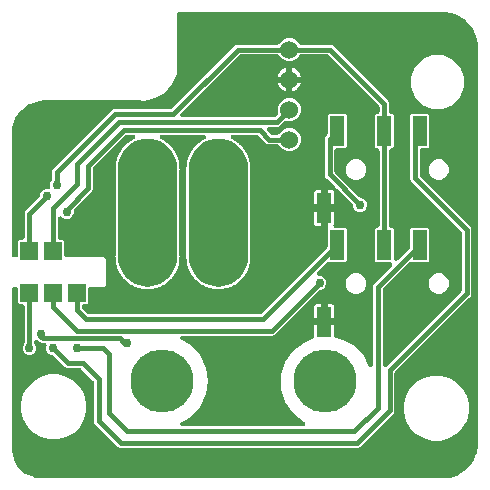
<source format=gbr>
G04 EAGLE Gerber RS-274X export*
G75*
%MOMM*%
%FSLAX34Y34*%
%LPD*%
%INBottom Copper*%
%IPPOS*%
%AMOC8*
5,1,8,0,0,1.08239X$1,22.5*%
G01*
%ADD10C,5.334000*%
%ADD11C,1.524000*%
%ADD12R,1.500000X1.500000*%
%ADD13R,1.200000X2.500000*%
%ADD14C,0.756400*%
%ADD15C,0.406400*%

G36*
X534822Y2549D02*
X534822Y2549D01*
X535031Y2561D01*
X538566Y3067D01*
X538598Y3075D01*
X538632Y3078D01*
X538953Y3162D01*
X538957Y3164D01*
X545853Y5592D01*
X545944Y5634D01*
X546038Y5667D01*
X546145Y5729D01*
X546218Y5763D01*
X546262Y5795D01*
X546326Y5832D01*
X552362Y9965D01*
X552439Y10029D01*
X552521Y10086D01*
X552609Y10173D01*
X552670Y10224D01*
X552705Y10267D01*
X552757Y10319D01*
X557518Y15874D01*
X557575Y15955D01*
X557640Y16031D01*
X557703Y16138D01*
X557749Y16204D01*
X557771Y16254D01*
X557808Y16318D01*
X560969Y22915D01*
X561003Y23009D01*
X561046Y23099D01*
X561079Y23219D01*
X561106Y23294D01*
X561114Y23348D01*
X561134Y23419D01*
X562480Y30610D01*
X562480Y30611D01*
X562480Y30613D01*
X562483Y30644D01*
X562491Y30676D01*
X562514Y31007D01*
X562490Y33098D01*
X562489Y33114D01*
X562490Y33129D01*
X562467Y33313D01*
X562459Y33379D01*
X562459Y34824D01*
X562453Y34889D01*
X562453Y34980D01*
X562367Y36096D01*
X562393Y36215D01*
X562432Y36361D01*
X562437Y36419D01*
X562446Y36462D01*
X562447Y36547D01*
X562459Y36691D01*
X562459Y369735D01*
X562454Y369785D01*
X562435Y370050D01*
X561768Y374308D01*
X561750Y374379D01*
X561740Y374452D01*
X561689Y374613D01*
X561667Y374698D01*
X561652Y374728D01*
X561639Y374768D01*
X558298Y382874D01*
X558226Y383009D01*
X558161Y383147D01*
X558129Y383192D01*
X558109Y383229D01*
X558054Y383296D01*
X557967Y383417D01*
X552285Y390094D01*
X552175Y390200D01*
X552070Y390311D01*
X552025Y390344D01*
X551995Y390373D01*
X551922Y390419D01*
X551802Y390507D01*
X544334Y395102D01*
X544197Y395169D01*
X544063Y395242D01*
X544010Y395259D01*
X543972Y395278D01*
X543889Y395299D01*
X543748Y395346D01*
X535226Y397408D01*
X535153Y397418D01*
X535082Y397437D01*
X534913Y397451D01*
X534827Y397463D01*
X534794Y397461D01*
X534752Y397465D01*
X531908Y397470D01*
X531880Y397467D01*
X531851Y397469D01*
X531772Y397459D01*
X530176Y397459D01*
X530111Y397453D01*
X530020Y397453D01*
X528904Y397367D01*
X528785Y397393D01*
X528639Y397432D01*
X528581Y397437D01*
X528538Y397446D01*
X528453Y397447D01*
X528309Y397459D01*
X310000Y397459D01*
X309914Y397451D01*
X309735Y397442D01*
X309624Y397427D01*
X309594Y397420D01*
X309563Y397418D01*
X309398Y397374D01*
X309232Y397335D01*
X309204Y397322D01*
X309174Y397314D01*
X308874Y397173D01*
X308682Y397062D01*
X308549Y396966D01*
X308412Y396876D01*
X308385Y396849D01*
X308355Y396827D01*
X308243Y396707D01*
X308127Y396591D01*
X308103Y396556D01*
X308080Y396532D01*
X308035Y396458D01*
X307938Y396318D01*
X307827Y396126D01*
X307815Y396098D01*
X307797Y396072D01*
X307732Y395914D01*
X307662Y395759D01*
X307655Y395729D01*
X307643Y395700D01*
X307573Y395376D01*
X307558Y395265D01*
X307555Y395179D01*
X307541Y395000D01*
X307541Y351655D01*
X307554Y351520D01*
X307559Y351383D01*
X307574Y351320D01*
X307581Y351255D01*
X307621Y351124D01*
X307644Y351025D01*
X307549Y349977D01*
X307550Y349902D01*
X307541Y349793D01*
X307541Y348740D01*
X307523Y348707D01*
X307485Y348576D01*
X307437Y348448D01*
X307424Y348374D01*
X307409Y348321D01*
X307401Y348242D01*
X307380Y348121D01*
X307098Y345014D01*
X303336Y336234D01*
X297045Y329046D01*
X288841Y324154D01*
X279526Y322037D01*
X274976Y322451D01*
X274902Y322450D01*
X274793Y322459D01*
X195000Y322459D01*
X194934Y322453D01*
X194841Y322453D01*
X190863Y322140D01*
X190791Y322127D01*
X190717Y322123D01*
X190552Y322084D01*
X190467Y322069D01*
X190436Y322057D01*
X190395Y322047D01*
X182828Y319588D01*
X182688Y319527D01*
X182545Y319472D01*
X182498Y319444D01*
X182460Y319427D01*
X182389Y319377D01*
X182262Y319300D01*
X175826Y314624D01*
X175712Y314522D01*
X175593Y314426D01*
X175557Y314384D01*
X175525Y314356D01*
X175473Y314287D01*
X175376Y314174D01*
X170700Y307738D01*
X170623Y307606D01*
X170540Y307478D01*
X170518Y307427D01*
X170497Y307390D01*
X170469Y307309D01*
X170412Y307172D01*
X167953Y299605D01*
X167938Y299534D01*
X167913Y299465D01*
X167886Y299297D01*
X167867Y299212D01*
X167867Y299179D01*
X167860Y299137D01*
X167547Y295159D01*
X167548Y295093D01*
X167541Y295000D01*
X167541Y191572D01*
X167543Y191554D01*
X167541Y191536D01*
X167562Y191354D01*
X167581Y191171D01*
X167586Y191154D01*
X167588Y191137D01*
X167645Y190962D01*
X167699Y190786D01*
X167707Y190771D01*
X167713Y190754D01*
X167803Y190594D01*
X167891Y190432D01*
X167902Y190419D01*
X167911Y190403D01*
X168031Y190264D01*
X168148Y190123D01*
X168162Y190112D01*
X168174Y190098D01*
X168319Y189986D01*
X168462Y189871D01*
X168478Y189863D01*
X168492Y189852D01*
X168657Y189770D01*
X168819Y189685D01*
X168836Y189680D01*
X168852Y189672D01*
X169031Y189625D01*
X169206Y189574D01*
X169224Y189572D01*
X169241Y189568D01*
X169572Y189541D01*
X170918Y189541D01*
X170936Y189543D01*
X170954Y189541D01*
X171136Y189562D01*
X171319Y189581D01*
X171336Y189586D01*
X171353Y189588D01*
X171528Y189645D01*
X171704Y189699D01*
X171719Y189707D01*
X171736Y189713D01*
X171896Y189803D01*
X172058Y189891D01*
X172071Y189902D01*
X172087Y189911D01*
X172226Y190031D01*
X172367Y190148D01*
X172378Y190162D01*
X172392Y190174D01*
X172504Y190319D01*
X172619Y190462D01*
X172627Y190478D01*
X172638Y190492D01*
X172720Y190657D01*
X172805Y190819D01*
X172810Y190836D01*
X172818Y190852D01*
X172865Y191031D01*
X172916Y191206D01*
X172918Y191224D01*
X172922Y191241D01*
X172949Y191572D01*
X172949Y203349D01*
X174151Y204551D01*
X176386Y204551D01*
X176404Y204553D01*
X176422Y204551D01*
X176604Y204572D01*
X176787Y204591D01*
X176804Y204596D01*
X176821Y204598D01*
X176996Y204655D01*
X177172Y204709D01*
X177187Y204717D01*
X177204Y204723D01*
X177364Y204813D01*
X177526Y204901D01*
X177539Y204912D01*
X177555Y204921D01*
X177694Y205041D01*
X177835Y205158D01*
X177846Y205172D01*
X177860Y205184D01*
X177972Y205329D01*
X178087Y205472D01*
X178095Y205488D01*
X178106Y205502D01*
X178188Y205667D01*
X178273Y205829D01*
X178278Y205846D01*
X178286Y205862D01*
X178333Y206041D01*
X178384Y206216D01*
X178386Y206234D01*
X178390Y206251D01*
X178417Y206582D01*
X178417Y227312D01*
X179039Y228813D01*
X180473Y230247D01*
X191072Y240846D01*
X191089Y240867D01*
X191110Y240884D01*
X191217Y241022D01*
X191327Y241158D01*
X191340Y241181D01*
X191356Y241202D01*
X191434Y241359D01*
X191516Y241513D01*
X191524Y241539D01*
X191536Y241563D01*
X191581Y241732D01*
X191631Y241899D01*
X191633Y241926D01*
X191640Y241952D01*
X191667Y242283D01*
X191667Y242660D01*
X192555Y244804D01*
X194196Y246445D01*
X196340Y247333D01*
X198166Y247333D01*
X198179Y247334D01*
X198193Y247333D01*
X198379Y247354D01*
X198566Y247373D01*
X198580Y247377D01*
X198593Y247378D01*
X198771Y247435D01*
X198951Y247491D01*
X198963Y247497D01*
X198976Y247502D01*
X199140Y247593D01*
X199305Y247683D01*
X199316Y247691D01*
X199328Y247698D01*
X199471Y247820D01*
X199615Y247940D01*
X199623Y247951D01*
X199634Y247960D01*
X199749Y248108D01*
X199867Y248254D01*
X199873Y248266D01*
X199882Y248277D01*
X199966Y248446D01*
X200052Y248611D01*
X200056Y248624D01*
X200062Y248637D01*
X200112Y248819D01*
X200164Y248998D01*
X200165Y249012D01*
X200169Y249025D01*
X200181Y249213D01*
X200197Y249400D01*
X200195Y249413D01*
X200196Y249427D01*
X200172Y249613D01*
X200167Y249650D01*
X200167Y252160D01*
X201055Y254304D01*
X201322Y254571D01*
X201339Y254592D01*
X201360Y254609D01*
X201467Y254747D01*
X201577Y254883D01*
X201590Y254906D01*
X201606Y254927D01*
X201684Y255084D01*
X201766Y255238D01*
X201774Y255264D01*
X201786Y255288D01*
X201831Y255457D01*
X201881Y255624D01*
X201883Y255651D01*
X201890Y255677D01*
X201917Y256007D01*
X201917Y262812D01*
X202539Y264313D01*
X203973Y265747D01*
X251150Y312924D01*
X252585Y314358D01*
X254085Y314980D01*
X301732Y314980D01*
X301759Y314983D01*
X301786Y314981D01*
X301960Y315003D01*
X302133Y315020D01*
X302158Y315028D01*
X302185Y315031D01*
X302351Y315087D01*
X302518Y315138D01*
X302541Y315151D01*
X302567Y315159D01*
X302718Y315247D01*
X302872Y315330D01*
X302892Y315347D01*
X302916Y315360D01*
X303169Y315575D01*
X355221Y367627D01*
X356655Y369061D01*
X358155Y369683D01*
X392366Y369683D01*
X392389Y369685D01*
X392411Y369683D01*
X392589Y369705D01*
X392767Y369723D01*
X392788Y369729D01*
X392811Y369732D01*
X392981Y369788D01*
X393152Y369841D01*
X393172Y369851D01*
X393193Y369858D01*
X393349Y369947D01*
X393506Y370033D01*
X393523Y370047D01*
X393543Y370058D01*
X393678Y370176D01*
X393815Y370290D01*
X393829Y370308D01*
X393846Y370322D01*
X393955Y370464D01*
X394068Y370604D01*
X394078Y370624D01*
X394091Y370642D01*
X394243Y370937D01*
X394302Y371078D01*
X397022Y373798D01*
X400576Y375271D01*
X404424Y375271D01*
X407978Y373798D01*
X410698Y371078D01*
X410757Y370937D01*
X410767Y370917D01*
X410774Y370896D01*
X410863Y370740D01*
X410947Y370582D01*
X410961Y370565D01*
X410972Y370545D01*
X411089Y370410D01*
X411204Y370271D01*
X411221Y370257D01*
X411235Y370240D01*
X411377Y370131D01*
X411516Y370018D01*
X411536Y370007D01*
X411554Y369994D01*
X411714Y369914D01*
X411873Y369831D01*
X411894Y369824D01*
X411914Y369814D01*
X412087Y369768D01*
X412259Y369718D01*
X412281Y369716D01*
X412303Y369710D01*
X412634Y369683D01*
X437712Y369683D01*
X439213Y369061D01*
X486461Y321813D01*
X487083Y320312D01*
X487083Y313031D01*
X487085Y313013D01*
X487083Y312995D01*
X487104Y312813D01*
X487123Y312630D01*
X487128Y312613D01*
X487130Y312595D01*
X487187Y312421D01*
X487241Y312245D01*
X487249Y312229D01*
X487255Y312212D01*
X487345Y312052D01*
X487433Y311891D01*
X487444Y311877D01*
X487453Y311862D01*
X487573Y311723D01*
X487690Y311582D01*
X487704Y311571D01*
X487716Y311557D01*
X487861Y311445D01*
X488004Y311329D01*
X488020Y311321D01*
X488034Y311310D01*
X488199Y311228D01*
X488361Y311144D01*
X488378Y311139D01*
X488394Y311131D01*
X488573Y311083D01*
X488748Y311033D01*
X488766Y311031D01*
X488783Y311026D01*
X489114Y310999D01*
X489849Y310999D01*
X491051Y309798D01*
X491051Y283099D01*
X489849Y281898D01*
X489114Y281898D01*
X489096Y281896D01*
X489078Y281898D01*
X488896Y281876D01*
X488713Y281858D01*
X488696Y281853D01*
X488679Y281851D01*
X488504Y281794D01*
X488328Y281740D01*
X488313Y281731D01*
X488296Y281726D01*
X488136Y281635D01*
X487974Y281548D01*
X487961Y281537D01*
X487945Y281528D01*
X487806Y281408D01*
X487665Y281290D01*
X487654Y281276D01*
X487640Y281265D01*
X487528Y281120D01*
X487413Y280977D01*
X487405Y280961D01*
X487394Y280947D01*
X487312Y280782D01*
X487227Y280619D01*
X487222Y280602D01*
X487214Y280586D01*
X487166Y280408D01*
X487116Y280232D01*
X487114Y280215D01*
X487110Y280197D01*
X487083Y279867D01*
X487083Y216582D01*
X487085Y216564D01*
X487083Y216546D01*
X487104Y216364D01*
X487123Y216181D01*
X487128Y216164D01*
X487130Y216147D01*
X487187Y215972D01*
X487241Y215796D01*
X487249Y215781D01*
X487255Y215764D01*
X487345Y215604D01*
X487433Y215442D01*
X487444Y215429D01*
X487453Y215413D01*
X487573Y215274D01*
X487690Y215133D01*
X487704Y215122D01*
X487716Y215108D01*
X487861Y214996D01*
X488004Y214881D01*
X488020Y214873D01*
X488034Y214862D01*
X488199Y214780D01*
X488361Y214695D01*
X488378Y214690D01*
X488394Y214682D01*
X488573Y214635D01*
X488748Y214584D01*
X488766Y214582D01*
X488783Y214578D01*
X489114Y214551D01*
X489849Y214551D01*
X491051Y213349D01*
X491051Y188728D01*
X491052Y188720D01*
X491051Y188711D01*
X491072Y188517D01*
X491091Y188328D01*
X491093Y188319D01*
X491094Y188310D01*
X491153Y188125D01*
X491209Y187943D01*
X491213Y187935D01*
X491216Y187927D01*
X491309Y187758D01*
X491401Y187589D01*
X491406Y187582D01*
X491411Y187574D01*
X491535Y187427D01*
X491658Y187280D01*
X491665Y187274D01*
X491671Y187267D01*
X491823Y187147D01*
X491972Y187027D01*
X491980Y187023D01*
X491987Y187018D01*
X492160Y186930D01*
X492329Y186842D01*
X492338Y186839D01*
X492346Y186835D01*
X492532Y186783D01*
X492716Y186730D01*
X492725Y186730D01*
X492734Y186727D01*
X492927Y186713D01*
X493118Y186698D01*
X493126Y186699D01*
X493135Y186698D01*
X493328Y186722D01*
X493517Y186744D01*
X493526Y186747D01*
X493535Y186748D01*
X493717Y186810D01*
X493900Y186869D01*
X493908Y186874D01*
X493916Y186877D01*
X494083Y186973D01*
X494251Y187067D01*
X494258Y187073D01*
X494265Y187077D01*
X494518Y187292D01*
X504354Y197128D01*
X504371Y197149D01*
X504392Y197166D01*
X504499Y197304D01*
X504609Y197440D01*
X504622Y197463D01*
X504638Y197484D01*
X504716Y197641D01*
X504798Y197795D01*
X504806Y197821D01*
X504818Y197845D01*
X504863Y198014D01*
X504913Y198181D01*
X504915Y198208D01*
X504922Y198234D01*
X504949Y198564D01*
X504949Y213349D01*
X506151Y214551D01*
X519849Y214551D01*
X521051Y213349D01*
X521051Y186651D01*
X519849Y185449D01*
X505866Y185449D01*
X505745Y185483D01*
X505570Y185535D01*
X505552Y185537D01*
X505535Y185542D01*
X505352Y185555D01*
X505169Y185572D01*
X505151Y185570D01*
X505134Y185571D01*
X504951Y185548D01*
X504769Y185528D01*
X504752Y185523D01*
X504734Y185521D01*
X504560Y185462D01*
X504385Y185407D01*
X504369Y185398D01*
X504352Y185392D01*
X504193Y185300D01*
X504033Y185212D01*
X504019Y185200D01*
X504004Y185191D01*
X503751Y184977D01*
X482178Y163404D01*
X482161Y163383D01*
X482140Y163366D01*
X482033Y163228D01*
X481923Y163092D01*
X481910Y163069D01*
X481894Y163048D01*
X481816Y162891D01*
X481734Y162737D01*
X481726Y162711D01*
X481714Y162687D01*
X481669Y162518D01*
X481619Y162351D01*
X481617Y162324D01*
X481610Y162298D01*
X481583Y161967D01*
X481583Y98857D01*
X481584Y98848D01*
X481583Y98839D01*
X481604Y98648D01*
X481623Y98456D01*
X481625Y98448D01*
X481626Y98439D01*
X481685Y98255D01*
X481741Y98071D01*
X481745Y98064D01*
X481748Y98055D01*
X481841Y97886D01*
X481933Y97717D01*
X481938Y97711D01*
X481943Y97703D01*
X482068Y97555D01*
X482190Y97408D01*
X482197Y97403D01*
X482203Y97396D01*
X482355Y97276D01*
X482504Y97156D01*
X482512Y97152D01*
X482519Y97146D01*
X482692Y97058D01*
X482861Y96970D01*
X482870Y96968D01*
X482878Y96964D01*
X483064Y96912D01*
X483248Y96859D01*
X483257Y96858D01*
X483266Y96856D01*
X483458Y96842D01*
X483650Y96826D01*
X483658Y96827D01*
X483667Y96826D01*
X483859Y96851D01*
X484049Y96873D01*
X484058Y96876D01*
X484067Y96877D01*
X484248Y96938D01*
X484432Y96998D01*
X484440Y97002D01*
X484448Y97005D01*
X484614Y97101D01*
X484783Y97196D01*
X484790Y97202D01*
X484797Y97206D01*
X485050Y97421D01*
X485473Y97843D01*
X547947Y160317D01*
X547964Y160338D01*
X547984Y160356D01*
X548091Y160493D01*
X548202Y160629D01*
X548215Y160653D01*
X548231Y160674D01*
X548309Y160831D01*
X548391Y160985D01*
X548398Y161010D01*
X548410Y161034D01*
X548456Y161204D01*
X548505Y161370D01*
X548508Y161397D01*
X548515Y161423D01*
X548542Y161754D01*
X548542Y210373D01*
X548539Y210399D01*
X548541Y210426D01*
X548519Y210600D01*
X548502Y210773D01*
X548494Y210799D01*
X548491Y210825D01*
X548435Y210991D01*
X548384Y211158D01*
X548371Y211182D01*
X548363Y211207D01*
X548275Y211359D01*
X548192Y211512D01*
X548175Y211533D01*
X548162Y211556D01*
X547947Y211809D01*
X506712Y253044D01*
X505278Y254478D01*
X504656Y255978D01*
X504656Y288265D01*
X504795Y288598D01*
X504804Y288628D01*
X504818Y288656D01*
X504862Y288821D01*
X504911Y288984D01*
X504914Y289015D01*
X504922Y289045D01*
X504949Y289376D01*
X504949Y309798D01*
X506151Y310999D01*
X519849Y310999D01*
X521051Y309798D01*
X521051Y283099D01*
X519849Y281898D01*
X514853Y281898D01*
X514835Y281896D01*
X514818Y281898D01*
X514635Y281876D01*
X514452Y281858D01*
X514435Y281853D01*
X514418Y281851D01*
X514243Y281794D01*
X514068Y281740D01*
X514052Y281731D01*
X514035Y281726D01*
X513875Y281635D01*
X513714Y281548D01*
X513700Y281537D01*
X513684Y281528D01*
X513545Y281408D01*
X513404Y281290D01*
X513393Y281276D01*
X513380Y281265D01*
X513267Y281120D01*
X513152Y280977D01*
X513144Y280961D01*
X513133Y280947D01*
X513051Y280782D01*
X512966Y280619D01*
X512962Y280602D01*
X512954Y280586D01*
X512906Y280408D01*
X512855Y280232D01*
X512854Y280215D01*
X512849Y280197D01*
X512822Y279867D01*
X512822Y259323D01*
X512825Y259296D01*
X512823Y259270D01*
X512844Y259096D01*
X512862Y258922D01*
X512870Y258897D01*
X512873Y258870D01*
X512929Y258705D01*
X512980Y258538D01*
X512993Y258514D01*
X513001Y258489D01*
X513089Y258337D01*
X513172Y258183D01*
X513189Y258163D01*
X513202Y258140D01*
X513417Y257887D01*
X556086Y215218D01*
X556707Y213717D01*
X556707Y158409D01*
X556086Y156909D01*
X554652Y155474D01*
X492178Y93000D01*
X492161Y92980D01*
X492140Y92962D01*
X492033Y92824D01*
X491923Y92689D01*
X491910Y92665D01*
X491894Y92644D01*
X491816Y92487D01*
X491734Y92333D01*
X491726Y92308D01*
X491714Y92284D01*
X491669Y92114D01*
X491619Y91947D01*
X491617Y91921D01*
X491610Y91895D01*
X491583Y91564D01*
X491583Y59188D01*
X490961Y57687D01*
X462313Y29039D01*
X461710Y28789D01*
X461709Y28789D01*
X460812Y28417D01*
X259188Y28417D01*
X257687Y29039D01*
X237590Y49136D01*
X236969Y50636D01*
X236969Y83916D01*
X236966Y83943D01*
X236968Y83969D01*
X236946Y84143D01*
X236929Y84317D01*
X236921Y84342D01*
X236918Y84369D01*
X236862Y84534D01*
X236811Y84702D01*
X236798Y84725D01*
X236789Y84751D01*
X236702Y84902D01*
X236619Y85056D01*
X236602Y85076D01*
X236588Y85099D01*
X236374Y85352D01*
X226404Y95322D01*
X226383Y95339D01*
X226366Y95360D01*
X226228Y95467D01*
X226092Y95577D01*
X226069Y95590D01*
X226048Y95606D01*
X225891Y95684D01*
X225737Y95766D01*
X225711Y95774D01*
X225687Y95786D01*
X225518Y95831D01*
X225351Y95881D01*
X225324Y95883D01*
X225298Y95890D01*
X224967Y95917D01*
X214188Y95917D01*
X212687Y96539D01*
X203154Y106072D01*
X203133Y106089D01*
X203116Y106110D01*
X202978Y106216D01*
X202842Y106327D01*
X202819Y106340D01*
X202798Y106356D01*
X202641Y106434D01*
X202487Y106516D01*
X202461Y106524D01*
X202437Y106536D01*
X202268Y106581D01*
X202101Y106631D01*
X202074Y106633D01*
X202048Y106640D01*
X201717Y106667D01*
X201340Y106667D01*
X199196Y107555D01*
X197555Y109196D01*
X196667Y111340D01*
X196667Y113660D01*
X196929Y114292D01*
X196933Y114305D01*
X196939Y114317D01*
X196991Y114497D01*
X197046Y114678D01*
X197047Y114691D01*
X197051Y114704D01*
X197066Y114893D01*
X197084Y115079D01*
X197082Y115092D01*
X197083Y115105D01*
X197062Y115292D01*
X197042Y115479D01*
X197038Y115492D01*
X197037Y115505D01*
X196979Y115683D01*
X196922Y115863D01*
X196916Y115875D01*
X196912Y115888D01*
X196819Y116052D01*
X196729Y116217D01*
X196720Y116227D01*
X196714Y116239D01*
X196591Y116381D01*
X196470Y116525D01*
X196459Y116533D01*
X196451Y116543D01*
X196303Y116658D01*
X196155Y116776D01*
X196143Y116782D01*
X196133Y116790D01*
X195964Y116874D01*
X195797Y116960D01*
X195784Y116963D01*
X195772Y116969D01*
X195590Y117018D01*
X195410Y117069D01*
X195396Y117070D01*
X195383Y117074D01*
X195053Y117101D01*
X193004Y117101D01*
X191504Y117723D01*
X190473Y118753D01*
X190050Y119176D01*
X190043Y119182D01*
X190038Y119188D01*
X189888Y119308D01*
X189739Y119431D01*
X189731Y119435D01*
X189724Y119441D01*
X189555Y119528D01*
X189383Y119620D01*
X189374Y119622D01*
X189367Y119626D01*
X189183Y119679D01*
X188997Y119734D01*
X188988Y119735D01*
X188980Y119738D01*
X188788Y119753D01*
X188596Y119771D01*
X188587Y119770D01*
X188578Y119770D01*
X188388Y119748D01*
X188196Y119727D01*
X188187Y119725D01*
X188179Y119724D01*
X187995Y119664D01*
X187812Y119606D01*
X187804Y119602D01*
X187796Y119599D01*
X187627Y119504D01*
X187460Y119411D01*
X187453Y119405D01*
X187445Y119401D01*
X187300Y119275D01*
X187153Y119151D01*
X187147Y119143D01*
X187140Y119138D01*
X187023Y118987D01*
X186903Y118835D01*
X186899Y118827D01*
X186894Y118820D01*
X186808Y118647D01*
X186721Y118476D01*
X186718Y118467D01*
X186714Y118459D01*
X186664Y118272D01*
X186613Y118088D01*
X186612Y118079D01*
X186610Y118070D01*
X186583Y117740D01*
X186583Y117507D01*
X186585Y117481D01*
X186583Y117454D01*
X186605Y117280D01*
X186623Y117107D01*
X186630Y117081D01*
X186634Y117055D01*
X186689Y116889D01*
X186741Y116722D01*
X186754Y116698D01*
X186762Y116673D01*
X186849Y116521D01*
X186933Y116368D01*
X186950Y116347D01*
X186963Y116324D01*
X187178Y116071D01*
X187445Y115804D01*
X188333Y113660D01*
X188333Y111340D01*
X187445Y109196D01*
X185804Y107555D01*
X183660Y106667D01*
X181340Y106667D01*
X179196Y107555D01*
X177555Y109196D01*
X176667Y111340D01*
X176667Y113660D01*
X177555Y115804D01*
X177822Y116071D01*
X177839Y116092D01*
X177860Y116109D01*
X177967Y116247D01*
X178077Y116383D01*
X178090Y116406D01*
X178106Y116427D01*
X178184Y116584D01*
X178266Y116738D01*
X178274Y116764D01*
X178286Y116788D01*
X178331Y116957D01*
X178381Y117124D01*
X178383Y117151D01*
X178390Y117177D01*
X178417Y117507D01*
X178417Y147918D01*
X178415Y147936D01*
X178417Y147954D01*
X178396Y148136D01*
X178377Y148319D01*
X178372Y148336D01*
X178370Y148353D01*
X178313Y148528D01*
X178259Y148704D01*
X178251Y148719D01*
X178245Y148736D01*
X178155Y148896D01*
X178067Y149058D01*
X178056Y149071D01*
X178047Y149087D01*
X177927Y149226D01*
X177810Y149367D01*
X177796Y149378D01*
X177784Y149392D01*
X177639Y149504D01*
X177496Y149619D01*
X177480Y149627D01*
X177466Y149638D01*
X177301Y149720D01*
X177139Y149805D01*
X177122Y149810D01*
X177106Y149818D01*
X176927Y149865D01*
X176752Y149916D01*
X176734Y149918D01*
X176717Y149922D01*
X176386Y149949D01*
X174151Y149949D01*
X172949Y151151D01*
X172949Y162428D01*
X172947Y162446D01*
X172949Y162464D01*
X172928Y162646D01*
X172909Y162829D01*
X172904Y162846D01*
X172902Y162863D01*
X172845Y163038D01*
X172791Y163214D01*
X172783Y163229D01*
X172777Y163246D01*
X172687Y163406D01*
X172599Y163568D01*
X172588Y163581D01*
X172579Y163597D01*
X172459Y163736D01*
X172342Y163877D01*
X172328Y163888D01*
X172316Y163902D01*
X172171Y164014D01*
X172028Y164129D01*
X172012Y164137D01*
X171998Y164148D01*
X171833Y164230D01*
X171671Y164315D01*
X171654Y164320D01*
X171638Y164328D01*
X171459Y164375D01*
X171284Y164426D01*
X171266Y164428D01*
X171249Y164432D01*
X170918Y164459D01*
X169572Y164459D01*
X169554Y164457D01*
X169536Y164459D01*
X169354Y164438D01*
X169171Y164419D01*
X169154Y164414D01*
X169137Y164412D01*
X168962Y164355D01*
X168786Y164301D01*
X168771Y164293D01*
X168754Y164287D01*
X168594Y164197D01*
X168432Y164109D01*
X168419Y164098D01*
X168403Y164089D01*
X168264Y163969D01*
X168123Y163852D01*
X168112Y163838D01*
X168098Y163826D01*
X167986Y163681D01*
X167871Y163538D01*
X167863Y163522D01*
X167852Y163508D01*
X167770Y163343D01*
X167685Y163181D01*
X167680Y163164D01*
X167672Y163148D01*
X167624Y162969D01*
X167574Y162794D01*
X167572Y162776D01*
X167568Y162759D01*
X167541Y162428D01*
X167541Y31655D01*
X167554Y31520D01*
X167559Y31384D01*
X167574Y31320D01*
X167581Y31255D01*
X167621Y31124D01*
X167644Y31024D01*
X167549Y29977D01*
X167550Y29902D01*
X167541Y29793D01*
X167541Y28455D01*
X167540Y28453D01*
X167539Y28438D01*
X167535Y28424D01*
X167504Y28094D01*
X167478Y25995D01*
X167485Y25922D01*
X167482Y25849D01*
X167506Y25681D01*
X167513Y25594D01*
X167523Y25562D01*
X167529Y25521D01*
X169126Y18491D01*
X169175Y18346D01*
X169216Y18199D01*
X169241Y18149D01*
X169254Y18109D01*
X169297Y18034D01*
X169363Y17901D01*
X173054Y11709D01*
X173145Y11586D01*
X173230Y11459D01*
X173269Y11419D01*
X173294Y11385D01*
X173358Y11328D01*
X173461Y11221D01*
X178886Y6473D01*
X179010Y6384D01*
X179130Y6289D01*
X179179Y6264D01*
X179214Y6239D01*
X179292Y6204D01*
X179424Y6134D01*
X186050Y3295D01*
X186120Y3273D01*
X186186Y3242D01*
X186351Y3200D01*
X186434Y3174D01*
X186467Y3170D01*
X186508Y3160D01*
X189962Y2570D01*
X189968Y2569D01*
X189973Y2568D01*
X190304Y2541D01*
X534743Y2541D01*
X534822Y2549D01*
G37*
G36*
X414165Y46585D02*
X414165Y46585D01*
X414189Y46583D01*
X414366Y46605D01*
X414542Y46623D01*
X414565Y46630D01*
X414588Y46632D01*
X414757Y46689D01*
X414927Y46741D01*
X414948Y46752D01*
X414970Y46759D01*
X415125Y46848D01*
X415281Y46933D01*
X415299Y46948D01*
X415320Y46959D01*
X415454Y47077D01*
X415591Y47190D01*
X415605Y47209D01*
X415623Y47224D01*
X415731Y47365D01*
X415843Y47504D01*
X415854Y47525D01*
X415868Y47544D01*
X415947Y47704D01*
X416029Y47861D01*
X416035Y47884D01*
X416045Y47905D01*
X416091Y48078D01*
X416140Y48248D01*
X416142Y48272D01*
X416148Y48295D01*
X416158Y48472D01*
X416173Y48650D01*
X416170Y48673D01*
X416171Y48696D01*
X416147Y48872D01*
X416126Y49049D01*
X416119Y49072D01*
X416115Y49095D01*
X416056Y49263D01*
X416001Y49432D01*
X415989Y49453D01*
X415982Y49475D01*
X415891Y49628D01*
X415803Y49783D01*
X415788Y49801D01*
X415776Y49821D01*
X415656Y49953D01*
X415540Y50087D01*
X415521Y50102D01*
X415506Y50119D01*
X415362Y50225D01*
X415222Y50334D01*
X415201Y50345D01*
X415182Y50359D01*
X414884Y50505D01*
X414703Y50576D01*
X405708Y57749D01*
X399227Y67254D01*
X395836Y78248D01*
X395836Y89752D01*
X399227Y100746D01*
X405708Y110251D01*
X414703Y117424D01*
X422170Y120355D01*
X422207Y120374D01*
X422246Y120386D01*
X422386Y120465D01*
X422528Y120538D01*
X422561Y120564D01*
X422597Y120584D01*
X422718Y120689D01*
X422844Y120789D01*
X422870Y120821D01*
X422902Y120848D01*
X423000Y120974D01*
X423103Y121097D01*
X423123Y121133D01*
X423148Y121166D01*
X423220Y121309D01*
X423297Y121450D01*
X423309Y121489D01*
X423328Y121526D01*
X423369Y121681D01*
X423417Y121834D01*
X423421Y121875D01*
X423432Y121915D01*
X423455Y122196D01*
X423459Y122234D01*
X423459Y122239D01*
X423459Y122246D01*
X423459Y132001D01*
X431032Y132001D01*
X431050Y132002D01*
X431067Y132001D01*
X431250Y132022D01*
X431432Y132041D01*
X431449Y132046D01*
X431467Y132048D01*
X431642Y132105D01*
X431817Y132159D01*
X431833Y132167D01*
X431850Y132173D01*
X431999Y132257D01*
X432053Y132230D01*
X432216Y132145D01*
X432233Y132140D01*
X432249Y132132D01*
X432427Y132084D01*
X432602Y132034D01*
X432620Y132032D01*
X432637Y132028D01*
X432968Y132001D01*
X440541Y132001D01*
X440541Y123272D01*
X440560Y123081D01*
X440577Y122888D01*
X440580Y122880D01*
X440581Y122871D01*
X440637Y122687D01*
X440692Y122502D01*
X440696Y122495D01*
X440699Y122487D01*
X440791Y122317D01*
X440881Y122147D01*
X440886Y122140D01*
X440891Y122133D01*
X441014Y121985D01*
X441136Y121835D01*
X441143Y121830D01*
X441148Y121823D01*
X441298Y121703D01*
X441448Y121580D01*
X441455Y121576D01*
X441462Y121571D01*
X441633Y121482D01*
X441804Y121392D01*
X441813Y121389D01*
X441819Y121385D01*
X441868Y121371D01*
X442120Y121292D01*
X448100Y119927D01*
X458064Y114175D01*
X465888Y105741D01*
X469556Y98126D01*
X469634Y97999D01*
X469705Y97867D01*
X469738Y97827D01*
X469766Y97782D01*
X469867Y97673D01*
X469962Y97558D01*
X470003Y97525D01*
X470039Y97486D01*
X470160Y97399D01*
X470276Y97306D01*
X470323Y97282D01*
X470365Y97251D01*
X470501Y97189D01*
X470633Y97120D01*
X470684Y97106D01*
X470732Y97084D01*
X470877Y97050D01*
X471020Y97009D01*
X471073Y97005D01*
X471124Y96993D01*
X471273Y96988D01*
X471422Y96976D01*
X471474Y96982D01*
X471527Y96981D01*
X471673Y97006D01*
X471821Y97023D01*
X471871Y97039D01*
X471923Y97048D01*
X472062Y97102D01*
X472204Y97148D01*
X472250Y97174D01*
X472299Y97193D01*
X472425Y97272D01*
X472555Y97346D01*
X472595Y97380D01*
X472639Y97408D01*
X472747Y97511D01*
X472860Y97609D01*
X472892Y97650D01*
X472930Y97687D01*
X473015Y97809D01*
X473106Y97927D01*
X473130Y97974D01*
X473160Y98017D01*
X473219Y98154D01*
X473286Y98287D01*
X473299Y98338D01*
X473320Y98387D01*
X473351Y98532D01*
X473390Y98676D01*
X473395Y98736D01*
X473405Y98780D01*
X473406Y98865D01*
X473417Y99007D01*
X473417Y165312D01*
X474039Y166813D01*
X475473Y168247D01*
X489208Y181982D01*
X489214Y181989D01*
X489220Y181994D01*
X489341Y182144D01*
X489463Y182293D01*
X489467Y182301D01*
X489473Y182308D01*
X489561Y182478D01*
X489652Y182649D01*
X489654Y182658D01*
X489658Y182665D01*
X489711Y182850D01*
X489766Y183035D01*
X489767Y183044D01*
X489770Y183052D01*
X489785Y183244D01*
X489803Y183436D01*
X489802Y183445D01*
X489802Y183454D01*
X489780Y183643D01*
X489759Y183836D01*
X489757Y183845D01*
X489756Y183853D01*
X489696Y184035D01*
X489638Y184220D01*
X489634Y184228D01*
X489631Y184236D01*
X489536Y184405D01*
X489443Y184572D01*
X489437Y184579D01*
X489433Y184587D01*
X489307Y184733D01*
X489183Y184879D01*
X489175Y184885D01*
X489170Y184892D01*
X489018Y185009D01*
X488867Y185129D01*
X488859Y185133D01*
X488852Y185138D01*
X488679Y185224D01*
X488508Y185311D01*
X488499Y185314D01*
X488491Y185318D01*
X488305Y185368D01*
X488120Y185419D01*
X488111Y185420D01*
X488102Y185422D01*
X487772Y185449D01*
X476151Y185449D01*
X474949Y186651D01*
X474949Y213349D01*
X476151Y214551D01*
X476886Y214551D01*
X476904Y214553D01*
X476922Y214551D01*
X477104Y214572D01*
X477287Y214591D01*
X477304Y214596D01*
X477321Y214598D01*
X477496Y214655D01*
X477672Y214709D01*
X477687Y214717D01*
X477704Y214723D01*
X477864Y214813D01*
X478026Y214901D01*
X478039Y214912D01*
X478055Y214921D01*
X478194Y215041D01*
X478335Y215158D01*
X478346Y215172D01*
X478360Y215184D01*
X478472Y215329D01*
X478587Y215472D01*
X478595Y215488D01*
X478606Y215502D01*
X478688Y215667D01*
X478773Y215829D01*
X478778Y215846D01*
X478786Y215862D01*
X478833Y216039D01*
X478884Y216216D01*
X478886Y216234D01*
X478890Y216251D01*
X478917Y216582D01*
X478917Y279867D01*
X478915Y279884D01*
X478917Y279902D01*
X478896Y280085D01*
X478877Y280267D01*
X478872Y280284D01*
X478870Y280302D01*
X478813Y280477D01*
X478759Y280652D01*
X478751Y280668D01*
X478745Y280685D01*
X478655Y280845D01*
X478567Y281006D01*
X478556Y281020D01*
X478547Y281035D01*
X478427Y281175D01*
X478310Y281315D01*
X478296Y281327D01*
X478284Y281340D01*
X478139Y281453D01*
X477996Y281568D01*
X477980Y281576D01*
X477966Y281587D01*
X477801Y281669D01*
X477639Y281753D01*
X477622Y281758D01*
X477606Y281766D01*
X477427Y281814D01*
X477252Y281865D01*
X477234Y281866D01*
X477217Y281871D01*
X476886Y281898D01*
X476151Y281898D01*
X474949Y283099D01*
X474949Y309798D01*
X476151Y310999D01*
X476886Y310999D01*
X476904Y311001D01*
X476922Y311000D01*
X477104Y311021D01*
X477287Y311039D01*
X477304Y311044D01*
X477321Y311047D01*
X477496Y311103D01*
X477672Y311157D01*
X477687Y311166D01*
X477704Y311171D01*
X477864Y311262D01*
X478026Y311349D01*
X478039Y311361D01*
X478055Y311369D01*
X478194Y311490D01*
X478335Y311607D01*
X478346Y311621D01*
X478360Y311632D01*
X478472Y311777D01*
X478587Y311921D01*
X478595Y311936D01*
X478606Y311951D01*
X478688Y312115D01*
X478773Y312278D01*
X478778Y312295D01*
X478786Y312311D01*
X478833Y312489D01*
X478884Y312665D01*
X478886Y312683D01*
X478890Y312700D01*
X478917Y313031D01*
X478917Y316967D01*
X478915Y316994D01*
X478917Y317021D01*
X478895Y317195D01*
X478877Y317368D01*
X478870Y317394D01*
X478866Y317420D01*
X478811Y317586D01*
X478759Y317753D01*
X478746Y317777D01*
X478738Y317802D01*
X478651Y317954D01*
X478567Y318107D01*
X478550Y318128D01*
X478537Y318151D01*
X478322Y318404D01*
X435804Y360922D01*
X435783Y360939D01*
X435766Y360960D01*
X435628Y361067D01*
X435492Y361177D01*
X435469Y361190D01*
X435448Y361206D01*
X435291Y361284D01*
X435137Y361366D01*
X435111Y361374D01*
X435087Y361386D01*
X434918Y361431D01*
X434751Y361481D01*
X434724Y361483D01*
X434698Y361490D01*
X434367Y361517D01*
X412634Y361517D01*
X412611Y361515D01*
X412589Y361517D01*
X412411Y361495D01*
X412233Y361477D01*
X412212Y361471D01*
X412189Y361468D01*
X412019Y361412D01*
X411848Y361359D01*
X411828Y361349D01*
X411807Y361342D01*
X411651Y361253D01*
X411494Y361167D01*
X411477Y361153D01*
X411457Y361142D01*
X411322Y361024D01*
X411185Y360910D01*
X411171Y360892D01*
X411154Y360878D01*
X411045Y360736D01*
X410932Y360596D01*
X410922Y360576D01*
X410909Y360558D01*
X410757Y360263D01*
X410698Y360122D01*
X407978Y357402D01*
X404424Y355929D01*
X400576Y355929D01*
X397022Y357402D01*
X394302Y360122D01*
X394243Y360263D01*
X394233Y360283D01*
X394226Y360304D01*
X394137Y360460D01*
X394053Y360618D01*
X394039Y360635D01*
X394028Y360655D01*
X393911Y360790D01*
X393796Y360929D01*
X393779Y360943D01*
X393765Y360960D01*
X393623Y361069D01*
X393484Y361182D01*
X393464Y361193D01*
X393446Y361206D01*
X393286Y361286D01*
X393127Y361369D01*
X393106Y361376D01*
X393086Y361386D01*
X392913Y361432D01*
X392741Y361482D01*
X392719Y361484D01*
X392697Y361490D01*
X392366Y361517D01*
X361500Y361517D01*
X361474Y361515D01*
X361447Y361517D01*
X361273Y361495D01*
X361099Y361477D01*
X361074Y361470D01*
X361047Y361466D01*
X360882Y361411D01*
X360715Y361359D01*
X360691Y361346D01*
X360666Y361338D01*
X360514Y361251D01*
X360361Y361167D01*
X360340Y361150D01*
X360317Y361137D01*
X360064Y360922D01*
X310757Y311615D01*
X310751Y311608D01*
X310744Y311602D01*
X310624Y311453D01*
X310502Y311304D01*
X310497Y311296D01*
X310492Y311289D01*
X310403Y311118D01*
X310313Y310948D01*
X310310Y310939D01*
X310306Y310931D01*
X310253Y310746D01*
X310198Y310562D01*
X310197Y310553D01*
X310195Y310545D01*
X310179Y310353D01*
X310162Y310161D01*
X310163Y310152D01*
X310162Y310143D01*
X310184Y309954D01*
X310205Y309761D01*
X310208Y309752D01*
X310209Y309743D01*
X310268Y309561D01*
X310327Y309377D01*
X310331Y309369D01*
X310334Y309361D01*
X310429Y309192D01*
X310521Y309025D01*
X310527Y309018D01*
X310532Y309010D01*
X310658Y308864D01*
X310782Y308718D01*
X310789Y308712D01*
X310795Y308705D01*
X310946Y308588D01*
X311098Y308468D01*
X311106Y308464D01*
X311113Y308458D01*
X311285Y308373D01*
X311457Y308286D01*
X311465Y308283D01*
X311473Y308279D01*
X311660Y308229D01*
X311845Y308178D01*
X311854Y308177D01*
X311862Y308175D01*
X312193Y308148D01*
X389232Y308148D01*
X389259Y308150D01*
X389286Y308148D01*
X389460Y308170D01*
X389633Y308187D01*
X389658Y308195D01*
X389685Y308199D01*
X389851Y308254D01*
X390018Y308306D01*
X390041Y308318D01*
X390067Y308327D01*
X390218Y308414D01*
X390372Y308497D01*
X390392Y308514D01*
X390416Y308528D01*
X390669Y308742D01*
X392448Y310521D01*
X392462Y310539D01*
X392479Y310553D01*
X392589Y310694D01*
X392703Y310833D01*
X392713Y310853D01*
X392727Y310870D01*
X392807Y311030D01*
X392891Y311189D01*
X392898Y311210D01*
X392908Y311230D01*
X392955Y311403D01*
X393006Y311574D01*
X393008Y311597D01*
X393014Y311618D01*
X393026Y311796D01*
X393042Y311975D01*
X393040Y311998D01*
X393041Y312020D01*
X393018Y312196D01*
X392999Y312376D01*
X392992Y312397D01*
X392989Y312419D01*
X392888Y312735D01*
X392829Y312876D01*
X392829Y316724D01*
X394302Y320278D01*
X397022Y322998D01*
X400576Y324471D01*
X404424Y324471D01*
X407978Y322998D01*
X410698Y320278D01*
X412171Y316724D01*
X412171Y312876D01*
X410698Y309322D01*
X407978Y306602D01*
X404424Y305129D01*
X400576Y305129D01*
X400435Y305188D01*
X400414Y305194D01*
X400394Y305204D01*
X400221Y305253D01*
X400050Y305304D01*
X400028Y305306D01*
X400006Y305312D01*
X399826Y305326D01*
X399649Y305342D01*
X399627Y305340D01*
X399604Y305342D01*
X399426Y305319D01*
X399248Y305301D01*
X399227Y305294D01*
X399205Y305291D01*
X399035Y305234D01*
X398864Y305181D01*
X398844Y305170D01*
X398823Y305163D01*
X398668Y305074D01*
X398511Y304988D01*
X398494Y304973D01*
X398474Y304962D01*
X398221Y304748D01*
X395512Y302038D01*
X394077Y300604D01*
X392577Y299982D01*
X385696Y299982D01*
X385687Y299981D01*
X385678Y299982D01*
X385486Y299961D01*
X385295Y299942D01*
X385286Y299940D01*
X385278Y299939D01*
X385095Y299881D01*
X384910Y299824D01*
X384902Y299820D01*
X384894Y299817D01*
X384725Y299724D01*
X384556Y299632D01*
X384549Y299627D01*
X384541Y299622D01*
X384394Y299497D01*
X384247Y299375D01*
X384241Y299368D01*
X384234Y299362D01*
X384114Y299210D01*
X383994Y299061D01*
X383990Y299053D01*
X383985Y299046D01*
X383897Y298873D01*
X383809Y298703D01*
X383807Y298695D01*
X383802Y298687D01*
X383751Y298500D01*
X383698Y298317D01*
X383697Y298308D01*
X383694Y298299D01*
X383680Y298106D01*
X383665Y297915D01*
X383666Y297906D01*
X383665Y297897D01*
X383689Y297705D01*
X383712Y297515D01*
X383714Y297507D01*
X383715Y297498D01*
X383777Y297315D01*
X383836Y297133D01*
X383841Y297125D01*
X383844Y297116D01*
X383939Y296951D01*
X384034Y296782D01*
X384040Y296775D01*
X384045Y296768D01*
X384259Y296515D01*
X386696Y294078D01*
X386717Y294061D01*
X386734Y294040D01*
X386872Y293934D01*
X387008Y293823D01*
X387031Y293810D01*
X387052Y293794D01*
X387209Y293716D01*
X387363Y293634D01*
X387389Y293626D01*
X387413Y293614D01*
X387582Y293569D01*
X387749Y293519D01*
X387776Y293517D01*
X387802Y293510D01*
X388133Y293483D01*
X392366Y293483D01*
X392389Y293485D01*
X392411Y293483D01*
X392589Y293505D01*
X392767Y293523D01*
X392788Y293529D01*
X392810Y293532D01*
X392981Y293588D01*
X393152Y293641D01*
X393172Y293651D01*
X393193Y293658D01*
X393348Y293747D01*
X393506Y293833D01*
X393523Y293847D01*
X393542Y293858D01*
X393678Y293976D01*
X393815Y294090D01*
X393829Y294108D01*
X393846Y294122D01*
X393955Y294265D01*
X394068Y294404D01*
X394078Y294424D01*
X394091Y294441D01*
X394243Y294737D01*
X394302Y294878D01*
X397022Y297598D01*
X400576Y299071D01*
X404424Y299071D01*
X407978Y297598D01*
X410698Y294878D01*
X412171Y291324D01*
X412171Y287476D01*
X410698Y283922D01*
X407978Y281202D01*
X404424Y279729D01*
X400576Y279729D01*
X397022Y281202D01*
X394302Y283922D01*
X394243Y284063D01*
X394232Y284083D01*
X394226Y284104D01*
X394137Y284260D01*
X394053Y284418D01*
X394039Y284435D01*
X394028Y284455D01*
X393911Y284590D01*
X393796Y284729D01*
X393779Y284743D01*
X393764Y284760D01*
X393623Y284869D01*
X393484Y284982D01*
X393464Y284993D01*
X393446Y285006D01*
X393286Y285086D01*
X393127Y285169D01*
X393106Y285176D01*
X393086Y285186D01*
X392912Y285232D01*
X392741Y285282D01*
X392719Y285284D01*
X392697Y285290D01*
X392366Y285317D01*
X384788Y285317D01*
X383287Y285939D01*
X376271Y292955D01*
X376251Y292972D01*
X376233Y292992D01*
X376095Y293099D01*
X375960Y293210D01*
X375936Y293222D01*
X375915Y293239D01*
X375758Y293317D01*
X375604Y293398D01*
X375579Y293406D01*
X375555Y293418D01*
X375385Y293464D01*
X375218Y293513D01*
X375192Y293516D01*
X375166Y293523D01*
X374835Y293550D01*
X354974Y293550D01*
X354934Y293546D01*
X354893Y293548D01*
X354733Y293526D01*
X354574Y293510D01*
X354535Y293498D01*
X354494Y293492D01*
X354342Y293439D01*
X354189Y293392D01*
X354153Y293372D01*
X354114Y293359D01*
X353976Y293276D01*
X353835Y293200D01*
X353803Y293174D01*
X353768Y293153D01*
X353649Y293045D01*
X353525Y292942D01*
X353500Y292910D01*
X353469Y292883D01*
X353374Y292754D01*
X353273Y292628D01*
X353254Y292592D01*
X353230Y292559D01*
X353161Y292413D01*
X353088Y292271D01*
X353076Y292232D01*
X353059Y292195D01*
X353020Y292038D01*
X352976Y291884D01*
X352973Y291843D01*
X352963Y291804D01*
X352956Y291643D01*
X352943Y291483D01*
X352948Y291442D01*
X352946Y291401D01*
X352971Y291243D01*
X352990Y291083D01*
X353003Y291044D01*
X353009Y291004D01*
X353065Y290853D01*
X353115Y290700D01*
X353135Y290665D01*
X353149Y290626D01*
X353234Y290490D01*
X353313Y290350D01*
X353340Y290319D01*
X353361Y290284D01*
X353471Y290166D01*
X353576Y290045D01*
X353608Y290020D01*
X353636Y289990D01*
X353767Y289896D01*
X353894Y289798D01*
X353931Y289780D01*
X353964Y289756D01*
X354222Y289635D01*
X354255Y289619D01*
X354259Y289618D01*
X354264Y289615D01*
X354526Y289518D01*
X354578Y289468D01*
X354656Y289380D01*
X354723Y289330D01*
X354783Y289272D01*
X354909Y289189D01*
X354978Y289137D01*
X355015Y289119D01*
X355061Y289090D01*
X355806Y288682D01*
X355883Y288650D01*
X355956Y288609D01*
X356068Y288572D01*
X356177Y288525D01*
X356259Y288509D01*
X356338Y288483D01*
X356449Y288469D01*
X357011Y288048D01*
X357078Y288007D01*
X357255Y287891D01*
X357865Y287559D01*
X357909Y287502D01*
X357974Y287403D01*
X358033Y287344D01*
X358084Y287279D01*
X358197Y287179D01*
X358258Y287118D01*
X358292Y287095D01*
X358333Y287059D01*
X359013Y286550D01*
X359084Y286506D01*
X359150Y286455D01*
X359256Y286403D01*
X359357Y286341D01*
X359436Y286313D01*
X359511Y286276D01*
X359618Y286247D01*
X360115Y285750D01*
X360176Y285700D01*
X360334Y285560D01*
X360890Y285144D01*
X360926Y285082D01*
X360976Y284976D01*
X361026Y284909D01*
X361068Y284836D01*
X361165Y284721D01*
X361216Y284652D01*
X361247Y284624D01*
X361282Y284583D01*
X361883Y283982D01*
X361948Y283929D01*
X362006Y283870D01*
X362103Y283802D01*
X362195Y283727D01*
X362268Y283688D01*
X362337Y283641D01*
X362439Y283597D01*
X362860Y283034D01*
X362913Y282977D01*
X363050Y282815D01*
X363541Y282324D01*
X363568Y282258D01*
X363603Y282145D01*
X363642Y282071D01*
X363673Y281994D01*
X363753Y281866D01*
X363794Y281791D01*
X363821Y281759D01*
X363850Y281713D01*
X364359Y281033D01*
X364415Y280971D01*
X364464Y280904D01*
X364551Y280823D01*
X364631Y280736D01*
X364698Y280687D01*
X364759Y280630D01*
X364855Y280572D01*
X365191Y279955D01*
X365236Y279890D01*
X365348Y279711D01*
X365764Y279155D01*
X365781Y279086D01*
X365799Y278969D01*
X365828Y278891D01*
X365848Y278810D01*
X365909Y278672D01*
X365939Y278591D01*
X365960Y278556D01*
X365982Y278506D01*
X366390Y277761D01*
X366437Y277692D01*
X366475Y277618D01*
X366550Y277526D01*
X366617Y277428D01*
X366676Y277370D01*
X366729Y277305D01*
X366815Y277234D01*
X367060Y276575D01*
X367095Y276505D01*
X367181Y276312D01*
X367513Y275703D01*
X367520Y275632D01*
X367522Y275513D01*
X367539Y275431D01*
X367547Y275348D01*
X367588Y275203D01*
X367606Y275119D01*
X367622Y275081D01*
X367637Y275029D01*
X367934Y274233D01*
X367971Y274158D01*
X367999Y274079D01*
X368059Y273978D01*
X368111Y273872D01*
X368162Y273805D01*
X368205Y273734D01*
X368280Y273651D01*
X368429Y272964D01*
X368454Y272889D01*
X368511Y272686D01*
X368753Y272036D01*
X368750Y271964D01*
X368735Y271847D01*
X368740Y271764D01*
X368736Y271681D01*
X368756Y271531D01*
X368762Y271446D01*
X368773Y271405D01*
X368780Y271352D01*
X368961Y270521D01*
X368986Y270442D01*
X369003Y270360D01*
X369048Y270251D01*
X369085Y270138D01*
X369126Y270065D01*
X369158Y269989D01*
X369220Y269896D01*
X369270Y269195D01*
X369283Y269118D01*
X369311Y268909D01*
X369459Y268230D01*
X369445Y268160D01*
X369414Y268046D01*
X369407Y267963D01*
X369391Y267881D01*
X369390Y267731D01*
X369383Y267644D01*
X369389Y267603D01*
X369388Y267549D01*
X369437Y266865D01*
X369463Y266711D01*
X369483Y266557D01*
X369497Y266513D01*
X369505Y266468D01*
X369551Y266351D01*
X369551Y265346D01*
X369557Y265285D01*
X369556Y265201D01*
X369627Y264200D01*
X369618Y264159D01*
X369578Y264008D01*
X369574Y263957D01*
X369565Y263918D01*
X369563Y263831D01*
X369551Y263678D01*
X369551Y191322D01*
X369566Y191167D01*
X369575Y191012D01*
X369586Y190968D01*
X369591Y190922D01*
X369628Y190801D01*
X369556Y189799D01*
X369558Y189738D01*
X369551Y189654D01*
X369551Y188651D01*
X369539Y188610D01*
X369488Y188463D01*
X369480Y188412D01*
X369468Y188374D01*
X369460Y188287D01*
X369437Y188135D01*
X369388Y187451D01*
X369390Y187368D01*
X369389Y187356D01*
X369383Y187284D01*
X369396Y187167D01*
X369399Y187049D01*
X369418Y186967D01*
X369427Y186884D01*
X369461Y186778D01*
X369311Y186091D01*
X369302Y186013D01*
X369270Y185805D01*
X369221Y185112D01*
X369188Y185049D01*
X369125Y184948D01*
X369096Y184870D01*
X369057Y184796D01*
X369014Y184652D01*
X368983Y184572D01*
X368976Y184531D01*
X368961Y184479D01*
X368780Y183648D01*
X368770Y183565D01*
X368751Y183484D01*
X368747Y183366D01*
X368734Y183248D01*
X368741Y183165D01*
X368738Y183082D01*
X368756Y182972D01*
X368511Y182314D01*
X368491Y182238D01*
X368429Y182036D01*
X368282Y181357D01*
X368240Y181299D01*
X368164Y181208D01*
X368123Y181135D01*
X368075Y181067D01*
X368011Y180931D01*
X367969Y180856D01*
X367957Y180816D01*
X367934Y180767D01*
X367637Y179971D01*
X367616Y179890D01*
X367585Y179813D01*
X367567Y179710D01*
X367543Y179625D01*
X367541Y179607D01*
X367534Y179582D01*
X367529Y179498D01*
X367515Y179416D01*
X367517Y179315D01*
X367516Y179303D01*
X367181Y178688D01*
X367150Y178616D01*
X367060Y178425D01*
X366818Y177774D01*
X366768Y177722D01*
X366680Y177644D01*
X366630Y177577D01*
X366572Y177517D01*
X366489Y177391D01*
X366437Y177322D01*
X366419Y177285D01*
X366390Y177239D01*
X365982Y176494D01*
X365950Y176417D01*
X365909Y176344D01*
X365872Y176232D01*
X365825Y176123D01*
X365809Y176041D01*
X365783Y175962D01*
X365769Y175851D01*
X365348Y175289D01*
X365307Y175222D01*
X365191Y175045D01*
X364859Y174435D01*
X364802Y174391D01*
X364703Y174326D01*
X364644Y174267D01*
X364579Y174216D01*
X364479Y174103D01*
X364418Y174042D01*
X364395Y174008D01*
X364359Y173967D01*
X363850Y173287D01*
X363806Y173216D01*
X363755Y173150D01*
X363703Y173044D01*
X363641Y172943D01*
X363613Y172864D01*
X363576Y172789D01*
X363547Y172682D01*
X363050Y172185D01*
X363000Y172124D01*
X362860Y171966D01*
X362444Y171410D01*
X362383Y171374D01*
X362275Y171324D01*
X362208Y171274D01*
X362136Y171232D01*
X362021Y171135D01*
X361952Y171084D01*
X361924Y171053D01*
X361883Y171018D01*
X361282Y170417D01*
X361229Y170352D01*
X361170Y170294D01*
X361102Y170197D01*
X361027Y170105D01*
X360988Y170032D01*
X360941Y169963D01*
X360897Y169861D01*
X360334Y169440D01*
X360277Y169387D01*
X360115Y169250D01*
X359624Y168759D01*
X359558Y168732D01*
X359445Y168697D01*
X359371Y168658D01*
X359294Y168627D01*
X359166Y168547D01*
X359091Y168506D01*
X359059Y168479D01*
X359013Y168450D01*
X358333Y167941D01*
X358271Y167885D01*
X358204Y167836D01*
X358123Y167749D01*
X358036Y167669D01*
X357987Y167602D01*
X357930Y167541D01*
X357872Y167445D01*
X357255Y167109D01*
X357190Y167064D01*
X357011Y166952D01*
X356455Y166536D01*
X356386Y166519D01*
X356269Y166501D01*
X356191Y166472D01*
X356110Y166452D01*
X355972Y166391D01*
X355891Y166361D01*
X355856Y166340D01*
X355806Y166318D01*
X355061Y165910D01*
X354992Y165863D01*
X354918Y165825D01*
X354826Y165750D01*
X354728Y165683D01*
X354670Y165624D01*
X354605Y165571D01*
X354534Y165485D01*
X353875Y165240D01*
X353805Y165205D01*
X353612Y165119D01*
X353003Y164787D01*
X352932Y164780D01*
X352813Y164778D01*
X352731Y164761D01*
X352648Y164753D01*
X352503Y164712D01*
X352419Y164694D01*
X352381Y164678D01*
X352329Y164663D01*
X351533Y164366D01*
X351458Y164329D01*
X351379Y164301D01*
X351278Y164241D01*
X351172Y164189D01*
X351105Y164138D01*
X351034Y164095D01*
X350951Y164020D01*
X350264Y163871D01*
X350189Y163846D01*
X349986Y163789D01*
X349336Y163547D01*
X349264Y163550D01*
X349147Y163565D01*
X349064Y163560D01*
X348981Y163564D01*
X348831Y163544D01*
X348746Y163538D01*
X348705Y163527D01*
X348652Y163520D01*
X347821Y163339D01*
X347742Y163314D01*
X347660Y163297D01*
X347551Y163252D01*
X347438Y163215D01*
X347365Y163174D01*
X347289Y163142D01*
X347196Y163080D01*
X346495Y163030D01*
X346418Y163017D01*
X346209Y162989D01*
X345530Y162841D01*
X345460Y162855D01*
X345346Y162886D01*
X345263Y162893D01*
X345181Y162909D01*
X345031Y162910D01*
X344944Y162917D01*
X344903Y162911D01*
X344849Y162912D01*
X344001Y162851D01*
X343919Y162837D01*
X343836Y162833D01*
X343721Y162803D01*
X343605Y162783D01*
X343527Y162753D01*
X343446Y162732D01*
X343346Y162684D01*
X342645Y162734D01*
X342566Y162731D01*
X342355Y162734D01*
X341662Y162684D01*
X341595Y162708D01*
X341487Y162755D01*
X341405Y162773D01*
X341326Y162801D01*
X341178Y162824D01*
X341094Y162842D01*
X341052Y162843D01*
X340999Y162851D01*
X340151Y162912D01*
X340068Y162910D01*
X339984Y162917D01*
X339867Y162904D01*
X339749Y162901D01*
X339667Y162882D01*
X339584Y162873D01*
X339478Y162839D01*
X338791Y162989D01*
X338713Y162998D01*
X338505Y163030D01*
X337812Y163079D01*
X337749Y163112D01*
X337648Y163175D01*
X337570Y163204D01*
X337496Y163243D01*
X337352Y163287D01*
X337271Y163317D01*
X337230Y163324D01*
X337179Y163339D01*
X336348Y163520D01*
X336265Y163530D01*
X336184Y163549D01*
X336066Y163553D01*
X335948Y163566D01*
X335865Y163559D01*
X335782Y163562D01*
X335672Y163544D01*
X335014Y163789D01*
X334938Y163809D01*
X334736Y163871D01*
X334057Y164018D01*
X333999Y164060D01*
X333908Y164136D01*
X333835Y164177D01*
X333767Y164225D01*
X333631Y164289D01*
X333556Y164331D01*
X333516Y164343D01*
X333467Y164366D01*
X332671Y164663D01*
X332590Y164684D01*
X332513Y164715D01*
X332396Y164735D01*
X332282Y164766D01*
X332198Y164771D01*
X332116Y164785D01*
X332005Y164783D01*
X331388Y165119D01*
X331316Y165150D01*
X331125Y165240D01*
X330474Y165482D01*
X330422Y165532D01*
X330344Y165620D01*
X330277Y165670D01*
X330217Y165728D01*
X330091Y165811D01*
X330022Y165863D01*
X329985Y165881D01*
X329939Y165910D01*
X329194Y166318D01*
X329117Y166350D01*
X329044Y166391D01*
X328932Y166428D01*
X328823Y166475D01*
X328741Y166491D01*
X328662Y166517D01*
X328551Y166531D01*
X327989Y166952D01*
X327922Y166993D01*
X327745Y167109D01*
X327135Y167441D01*
X327091Y167498D01*
X327026Y167597D01*
X326967Y167656D01*
X326916Y167721D01*
X326803Y167821D01*
X326742Y167882D01*
X326708Y167905D01*
X326667Y167941D01*
X325987Y168450D01*
X325916Y168494D01*
X325850Y168545D01*
X325744Y168597D01*
X325643Y168659D01*
X325564Y168687D01*
X325489Y168724D01*
X325382Y168753D01*
X324885Y169250D01*
X324824Y169300D01*
X324666Y169440D01*
X324110Y169856D01*
X324074Y169917D01*
X324024Y170025D01*
X323974Y170092D01*
X323932Y170164D01*
X323835Y170279D01*
X323784Y170348D01*
X323753Y170376D01*
X323718Y170417D01*
X323117Y171018D01*
X323052Y171071D01*
X322994Y171130D01*
X322897Y171198D01*
X322805Y171273D01*
X322732Y171312D01*
X322663Y171359D01*
X322561Y171403D01*
X322140Y171966D01*
X322087Y172023D01*
X321950Y172185D01*
X321459Y172676D01*
X321432Y172742D01*
X321397Y172855D01*
X321358Y172929D01*
X321327Y173006D01*
X321247Y173134D01*
X321206Y173209D01*
X321179Y173241D01*
X321150Y173287D01*
X320641Y173967D01*
X320585Y174029D01*
X320536Y174096D01*
X320449Y174177D01*
X320369Y174264D01*
X320302Y174313D01*
X320241Y174370D01*
X320145Y174428D01*
X319809Y175045D01*
X319764Y175110D01*
X319652Y175289D01*
X319236Y175845D01*
X319219Y175914D01*
X319201Y176031D01*
X319172Y176109D01*
X319152Y176190D01*
X319091Y176328D01*
X319061Y176409D01*
X319040Y176444D01*
X319018Y176494D01*
X318610Y177239D01*
X318563Y177308D01*
X318525Y177382D01*
X318450Y177474D01*
X318383Y177572D01*
X318324Y177630D01*
X318271Y177695D01*
X318185Y177766D01*
X317940Y178425D01*
X317905Y178495D01*
X317819Y178688D01*
X317490Y179291D01*
X317490Y179295D01*
X317480Y179385D01*
X317478Y179487D01*
X317461Y179569D01*
X317453Y179652D01*
X317445Y179680D01*
X317443Y179695D01*
X317425Y179751D01*
X317412Y179797D01*
X317394Y179881D01*
X317378Y179919D01*
X317363Y179971D01*
X317066Y180767D01*
X317029Y180842D01*
X317001Y180921D01*
X316941Y181022D01*
X316889Y181128D01*
X316838Y181195D01*
X316795Y181266D01*
X316720Y181349D01*
X316571Y182035D01*
X316547Y182110D01*
X316489Y182314D01*
X316247Y182964D01*
X316250Y183036D01*
X316265Y183153D01*
X316260Y183236D01*
X316264Y183319D01*
X316244Y183469D01*
X316238Y183555D01*
X316227Y183595D01*
X316220Y183648D01*
X316039Y184479D01*
X316014Y184558D01*
X315997Y184640D01*
X315952Y184749D01*
X315915Y184862D01*
X315874Y184935D01*
X315842Y185011D01*
X315780Y185104D01*
X315730Y185805D01*
X315717Y185882D01*
X315689Y186091D01*
X315541Y186770D01*
X315555Y186840D01*
X315586Y186954D01*
X315593Y187037D01*
X315609Y187119D01*
X315610Y187269D01*
X315617Y187356D01*
X315611Y187397D01*
X315612Y187451D01*
X315563Y188135D01*
X315537Y188288D01*
X315517Y188443D01*
X315503Y188487D01*
X315495Y188532D01*
X315449Y188649D01*
X315449Y189654D01*
X315443Y189715D01*
X315444Y189799D01*
X315373Y190800D01*
X315382Y190841D01*
X315422Y190992D01*
X315426Y191043D01*
X315435Y191082D01*
X315437Y191169D01*
X315449Y191322D01*
X315449Y263678D01*
X315434Y263833D01*
X315425Y263988D01*
X315414Y264032D01*
X315409Y264078D01*
X315372Y264199D01*
X315444Y265201D01*
X315442Y265262D01*
X315449Y265346D01*
X315449Y266349D01*
X315461Y266390D01*
X315512Y266537D01*
X315520Y266588D01*
X315532Y266626D01*
X315540Y266713D01*
X315563Y266865D01*
X315612Y267549D01*
X315610Y267632D01*
X315617Y267716D01*
X315604Y267833D01*
X315601Y267951D01*
X315582Y268033D01*
X315573Y268116D01*
X315539Y268222D01*
X315689Y268909D01*
X315698Y268987D01*
X315730Y269195D01*
X315779Y269888D01*
X315812Y269951D01*
X315875Y270052D01*
X315904Y270130D01*
X315943Y270204D01*
X315987Y270348D01*
X316017Y270429D01*
X316024Y270470D01*
X316039Y270521D01*
X316220Y271352D01*
X316230Y271435D01*
X316249Y271516D01*
X316253Y271634D01*
X316266Y271752D01*
X316259Y271835D01*
X316262Y271918D01*
X316244Y272028D01*
X316489Y272686D01*
X316509Y272762D01*
X316571Y272964D01*
X316718Y273643D01*
X316760Y273701D01*
X316836Y273792D01*
X316877Y273865D01*
X316925Y273933D01*
X316989Y274069D01*
X317031Y274144D01*
X317043Y274184D01*
X317066Y274233D01*
X317363Y275029D01*
X317384Y275110D01*
X317415Y275187D01*
X317435Y275304D01*
X317466Y275418D01*
X317471Y275502D01*
X317485Y275584D01*
X317483Y275695D01*
X317819Y276312D01*
X317850Y276384D01*
X317940Y276575D01*
X318182Y277226D01*
X318232Y277278D01*
X318320Y277356D01*
X318370Y277423D01*
X318428Y277483D01*
X318511Y277609D01*
X318563Y277678D01*
X318581Y277715D01*
X318610Y277761D01*
X319018Y278506D01*
X319050Y278583D01*
X319091Y278656D01*
X319128Y278768D01*
X319175Y278877D01*
X319191Y278959D01*
X319217Y279038D01*
X319231Y279149D01*
X319652Y279711D01*
X319693Y279778D01*
X319809Y279955D01*
X320141Y280565D01*
X320198Y280609D01*
X320297Y280674D01*
X320356Y280733D01*
X320421Y280784D01*
X320521Y280897D01*
X320582Y280958D01*
X320605Y280992D01*
X320641Y281033D01*
X321150Y281713D01*
X321194Y281784D01*
X321245Y281850D01*
X321297Y281956D01*
X321359Y282057D01*
X321387Y282136D01*
X321424Y282211D01*
X321453Y282318D01*
X321950Y282815D01*
X322000Y282876D01*
X322140Y283034D01*
X322556Y283590D01*
X322617Y283626D01*
X322725Y283676D01*
X322792Y283726D01*
X322864Y283768D01*
X322979Y283865D01*
X323048Y283916D01*
X323076Y283947D01*
X323117Y283982D01*
X323718Y284583D01*
X323771Y284648D01*
X323830Y284706D01*
X323898Y284803D01*
X323973Y284895D01*
X324012Y284968D01*
X324059Y285037D01*
X324103Y285139D01*
X324666Y285560D01*
X324723Y285613D01*
X324885Y285750D01*
X325376Y286241D01*
X325442Y286268D01*
X325555Y286303D01*
X325629Y286342D01*
X325706Y286373D01*
X325834Y286453D01*
X325909Y286494D01*
X325941Y286521D01*
X325987Y286550D01*
X326667Y287059D01*
X326729Y287115D01*
X326797Y287164D01*
X326877Y287251D01*
X326964Y287331D01*
X327014Y287398D01*
X327070Y287460D01*
X327128Y287555D01*
X327745Y287891D01*
X327810Y287936D01*
X327989Y288048D01*
X328545Y288464D01*
X328614Y288481D01*
X328731Y288499D01*
X328809Y288528D01*
X328890Y288548D01*
X329028Y288609D01*
X329109Y288639D01*
X329144Y288660D01*
X329194Y288682D01*
X329939Y289090D01*
X330008Y289137D01*
X330082Y289175D01*
X330174Y289250D01*
X330272Y289317D01*
X330330Y289376D01*
X330395Y289429D01*
X330466Y289515D01*
X330736Y289615D01*
X330772Y289633D01*
X330811Y289645D01*
X330953Y289722D01*
X331097Y289793D01*
X331129Y289817D01*
X331165Y289837D01*
X331289Y289940D01*
X331416Y290038D01*
X331443Y290069D01*
X331475Y290095D01*
X331575Y290220D01*
X331681Y290341D01*
X331701Y290377D01*
X331727Y290408D01*
X331801Y290551D01*
X331881Y290691D01*
X331894Y290730D01*
X331912Y290766D01*
X331957Y290920D01*
X332008Y291073D01*
X332013Y291113D01*
X332024Y291153D01*
X332037Y291313D01*
X332057Y291472D01*
X332053Y291513D01*
X332057Y291554D01*
X332038Y291714D01*
X332026Y291874D01*
X332015Y291913D01*
X332010Y291954D01*
X331960Y292107D01*
X331916Y292261D01*
X331898Y292298D01*
X331885Y292337D01*
X331806Y292477D01*
X331733Y292620D01*
X331707Y292652D01*
X331687Y292687D01*
X331582Y292809D01*
X331482Y292935D01*
X331451Y292961D01*
X331424Y292992D01*
X331297Y293090D01*
X331174Y293194D01*
X331138Y293214D01*
X331106Y293239D01*
X330962Y293310D01*
X330821Y293388D01*
X330782Y293400D01*
X330745Y293418D01*
X330590Y293460D01*
X330437Y293508D01*
X330396Y293512D01*
X330357Y293523D01*
X330072Y293546D01*
X330036Y293550D01*
X330032Y293549D01*
X330026Y293550D01*
X294974Y293550D01*
X294934Y293546D01*
X294893Y293548D01*
X294733Y293526D01*
X294574Y293510D01*
X294535Y293498D01*
X294494Y293492D01*
X294342Y293439D01*
X294189Y293392D01*
X294153Y293372D01*
X294114Y293359D01*
X293976Y293276D01*
X293835Y293200D01*
X293803Y293174D01*
X293768Y293153D01*
X293649Y293045D01*
X293525Y292942D01*
X293500Y292910D01*
X293469Y292883D01*
X293374Y292754D01*
X293273Y292628D01*
X293254Y292592D01*
X293230Y292559D01*
X293161Y292413D01*
X293088Y292271D01*
X293076Y292232D01*
X293059Y292195D01*
X293020Y292038D01*
X292976Y291884D01*
X292973Y291843D01*
X292963Y291804D01*
X292956Y291643D01*
X292943Y291483D01*
X292948Y291442D01*
X292946Y291401D01*
X292971Y291243D01*
X292990Y291083D01*
X293003Y291044D01*
X293009Y291004D01*
X293065Y290853D01*
X293115Y290700D01*
X293135Y290665D01*
X293149Y290626D01*
X293234Y290490D01*
X293313Y290350D01*
X293340Y290319D01*
X293361Y290284D01*
X293471Y290166D01*
X293576Y290045D01*
X293608Y290020D01*
X293636Y289990D01*
X293767Y289896D01*
X293894Y289798D01*
X293931Y289780D01*
X293964Y289756D01*
X294222Y289635D01*
X294255Y289619D01*
X294259Y289618D01*
X294264Y289615D01*
X294526Y289518D01*
X294578Y289468D01*
X294656Y289380D01*
X294723Y289330D01*
X294783Y289272D01*
X294909Y289189D01*
X294978Y289137D01*
X295015Y289119D01*
X295061Y289090D01*
X295806Y288682D01*
X295883Y288650D01*
X295956Y288609D01*
X296068Y288572D01*
X296177Y288525D01*
X296259Y288509D01*
X296338Y288483D01*
X296449Y288469D01*
X297011Y288048D01*
X297078Y288007D01*
X297255Y287891D01*
X297865Y287559D01*
X297909Y287502D01*
X297974Y287403D01*
X298033Y287344D01*
X298084Y287279D01*
X298197Y287179D01*
X298258Y287118D01*
X298292Y287095D01*
X298333Y287059D01*
X299013Y286550D01*
X299084Y286506D01*
X299150Y286455D01*
X299256Y286403D01*
X299357Y286341D01*
X299436Y286313D01*
X299511Y286276D01*
X299618Y286247D01*
X300115Y285750D01*
X300176Y285700D01*
X300334Y285560D01*
X300890Y285144D01*
X300926Y285083D01*
X300976Y284975D01*
X301026Y284908D01*
X301068Y284836D01*
X301165Y284721D01*
X301216Y284652D01*
X301247Y284624D01*
X301282Y284583D01*
X301883Y283982D01*
X301948Y283929D01*
X302006Y283870D01*
X302103Y283802D01*
X302195Y283727D01*
X302268Y283688D01*
X302337Y283641D01*
X302439Y283597D01*
X302860Y283034D01*
X302913Y282977D01*
X303050Y282815D01*
X303541Y282324D01*
X303568Y282258D01*
X303603Y282145D01*
X303642Y282071D01*
X303673Y281994D01*
X303753Y281866D01*
X303794Y281791D01*
X303821Y281759D01*
X303850Y281713D01*
X304359Y281033D01*
X304415Y280971D01*
X304464Y280904D01*
X304551Y280823D01*
X304631Y280736D01*
X304698Y280687D01*
X304759Y280630D01*
X304855Y280572D01*
X305191Y279955D01*
X305236Y279890D01*
X305348Y279711D01*
X305764Y279155D01*
X305781Y279086D01*
X305799Y278969D01*
X305828Y278891D01*
X305848Y278810D01*
X305909Y278672D01*
X305939Y278591D01*
X305960Y278556D01*
X305982Y278506D01*
X306390Y277761D01*
X306437Y277692D01*
X306475Y277618D01*
X306550Y277526D01*
X306617Y277428D01*
X306676Y277370D01*
X306729Y277305D01*
X306815Y277234D01*
X307060Y276575D01*
X307095Y276505D01*
X307181Y276312D01*
X307513Y275703D01*
X307520Y275632D01*
X307522Y275513D01*
X307539Y275431D01*
X307547Y275348D01*
X307588Y275203D01*
X307606Y275119D01*
X307622Y275081D01*
X307637Y275029D01*
X307934Y274233D01*
X307971Y274158D01*
X307999Y274079D01*
X308059Y273978D01*
X308111Y273872D01*
X308162Y273805D01*
X308205Y273734D01*
X308280Y273651D01*
X308429Y272964D01*
X308454Y272889D01*
X308511Y272686D01*
X308753Y272036D01*
X308750Y271964D01*
X308735Y271847D01*
X308740Y271764D01*
X308736Y271681D01*
X308756Y271531D01*
X308762Y271446D01*
X308773Y271405D01*
X308780Y271352D01*
X308961Y270521D01*
X308986Y270442D01*
X309003Y270360D01*
X309048Y270251D01*
X309085Y270138D01*
X309126Y270065D01*
X309158Y269989D01*
X309220Y269896D01*
X309270Y269195D01*
X309283Y269118D01*
X309311Y268909D01*
X309459Y268230D01*
X309445Y268160D01*
X309414Y268046D01*
X309407Y267963D01*
X309391Y267881D01*
X309390Y267731D01*
X309383Y267644D01*
X309389Y267603D01*
X309388Y267549D01*
X309437Y266865D01*
X309463Y266711D01*
X309483Y266557D01*
X309497Y266513D01*
X309505Y266468D01*
X309551Y266351D01*
X309551Y265346D01*
X309557Y265285D01*
X309556Y265201D01*
X309627Y264200D01*
X309618Y264159D01*
X309578Y264008D01*
X309574Y263957D01*
X309565Y263918D01*
X309563Y263831D01*
X309551Y263678D01*
X309551Y191322D01*
X309566Y191167D01*
X309575Y191012D01*
X309586Y190968D01*
X309591Y190922D01*
X309628Y190801D01*
X309556Y189799D01*
X309558Y189738D01*
X309551Y189654D01*
X309551Y188651D01*
X309539Y188610D01*
X309488Y188463D01*
X309480Y188412D01*
X309468Y188374D01*
X309460Y188287D01*
X309437Y188135D01*
X309388Y187451D01*
X309390Y187368D01*
X309389Y187356D01*
X309383Y187284D01*
X309396Y187167D01*
X309399Y187049D01*
X309418Y186967D01*
X309427Y186884D01*
X309461Y186778D01*
X309311Y186091D01*
X309302Y186013D01*
X309270Y185805D01*
X309221Y185112D01*
X309188Y185049D01*
X309125Y184948D01*
X309096Y184870D01*
X309057Y184796D01*
X309013Y184652D01*
X308983Y184571D01*
X308976Y184530D01*
X308961Y184479D01*
X308780Y183648D01*
X308770Y183565D01*
X308751Y183484D01*
X308747Y183366D01*
X308734Y183248D01*
X308741Y183165D01*
X308738Y183082D01*
X308756Y182972D01*
X308511Y182314D01*
X308491Y182238D01*
X308429Y182036D01*
X308282Y181357D01*
X308240Y181299D01*
X308164Y181208D01*
X308123Y181135D01*
X308075Y181067D01*
X308011Y180931D01*
X307969Y180856D01*
X307957Y180816D01*
X307934Y180767D01*
X307637Y179971D01*
X307616Y179890D01*
X307585Y179813D01*
X307567Y179710D01*
X307543Y179625D01*
X307541Y179607D01*
X307534Y179582D01*
X307529Y179498D01*
X307515Y179416D01*
X307517Y179315D01*
X307516Y179303D01*
X307181Y178688D01*
X307150Y178616D01*
X307060Y178425D01*
X306818Y177774D01*
X306768Y177722D01*
X306680Y177644D01*
X306630Y177577D01*
X306572Y177517D01*
X306489Y177391D01*
X306437Y177322D01*
X306419Y177285D01*
X306390Y177239D01*
X305982Y176494D01*
X305950Y176417D01*
X305909Y176344D01*
X305872Y176232D01*
X305825Y176123D01*
X305809Y176041D01*
X305783Y175962D01*
X305769Y175851D01*
X305348Y175289D01*
X305307Y175222D01*
X305191Y175045D01*
X304859Y174435D01*
X304802Y174391D01*
X304703Y174326D01*
X304644Y174267D01*
X304579Y174216D01*
X304479Y174103D01*
X304418Y174042D01*
X304395Y174008D01*
X304359Y173967D01*
X303850Y173287D01*
X303806Y173216D01*
X303755Y173150D01*
X303703Y173044D01*
X303641Y172943D01*
X303613Y172864D01*
X303576Y172789D01*
X303547Y172682D01*
X303050Y172185D01*
X303000Y172124D01*
X302860Y171966D01*
X302444Y171410D01*
X302383Y171374D01*
X302275Y171324D01*
X302208Y171274D01*
X302136Y171232D01*
X302021Y171135D01*
X301952Y171084D01*
X301924Y171053D01*
X301883Y171018D01*
X301282Y170417D01*
X301229Y170352D01*
X301170Y170294D01*
X301102Y170197D01*
X301027Y170105D01*
X300988Y170032D01*
X300941Y169963D01*
X300897Y169861D01*
X300334Y169440D01*
X300277Y169387D01*
X300115Y169250D01*
X299624Y168759D01*
X299558Y168732D01*
X299445Y168697D01*
X299371Y168658D01*
X299294Y168627D01*
X299166Y168547D01*
X299091Y168506D01*
X299059Y168479D01*
X299013Y168450D01*
X298333Y167941D01*
X298271Y167885D01*
X298204Y167836D01*
X298123Y167749D01*
X298036Y167669D01*
X297987Y167602D01*
X297930Y167541D01*
X297872Y167445D01*
X297255Y167109D01*
X297190Y167064D01*
X297011Y166952D01*
X296455Y166536D01*
X296386Y166519D01*
X296269Y166501D01*
X296191Y166472D01*
X296110Y166452D01*
X295972Y166391D01*
X295891Y166361D01*
X295856Y166340D01*
X295806Y166318D01*
X295061Y165910D01*
X294992Y165863D01*
X294918Y165825D01*
X294826Y165750D01*
X294728Y165683D01*
X294670Y165624D01*
X294605Y165571D01*
X294534Y165485D01*
X293875Y165240D01*
X293805Y165205D01*
X293612Y165119D01*
X293003Y164787D01*
X292932Y164780D01*
X292813Y164778D01*
X292731Y164761D01*
X292648Y164753D01*
X292503Y164712D01*
X292419Y164694D01*
X292381Y164678D01*
X292329Y164663D01*
X291533Y164366D01*
X291458Y164329D01*
X291379Y164301D01*
X291278Y164241D01*
X291172Y164189D01*
X291105Y164138D01*
X291034Y164095D01*
X290951Y164020D01*
X290264Y163871D01*
X290189Y163846D01*
X289986Y163789D01*
X289336Y163547D01*
X289264Y163550D01*
X289147Y163565D01*
X289064Y163560D01*
X288981Y163564D01*
X288831Y163544D01*
X288746Y163538D01*
X288705Y163527D01*
X288652Y163520D01*
X287821Y163339D01*
X287742Y163314D01*
X287660Y163297D01*
X287551Y163252D01*
X287438Y163215D01*
X287365Y163174D01*
X287289Y163142D01*
X287196Y163080D01*
X286495Y163030D01*
X286418Y163017D01*
X286209Y162989D01*
X285530Y162841D01*
X285460Y162855D01*
X285346Y162886D01*
X285263Y162893D01*
X285181Y162909D01*
X285031Y162910D01*
X284944Y162917D01*
X284903Y162911D01*
X284849Y162912D01*
X284001Y162851D01*
X283919Y162837D01*
X283836Y162833D01*
X283721Y162803D01*
X283605Y162783D01*
X283527Y162753D01*
X283446Y162732D01*
X283346Y162684D01*
X282645Y162734D01*
X282566Y162731D01*
X282355Y162734D01*
X281662Y162684D01*
X281595Y162708D01*
X281487Y162755D01*
X281405Y162773D01*
X281326Y162801D01*
X281178Y162824D01*
X281094Y162842D01*
X281052Y162843D01*
X280999Y162851D01*
X280151Y162912D01*
X280068Y162910D01*
X279984Y162917D01*
X279867Y162904D01*
X279749Y162901D01*
X279667Y162882D01*
X279584Y162873D01*
X279478Y162839D01*
X278791Y162989D01*
X278713Y162998D01*
X278505Y163030D01*
X277812Y163079D01*
X277749Y163112D01*
X277648Y163175D01*
X277570Y163204D01*
X277496Y163243D01*
X277352Y163287D01*
X277271Y163317D01*
X277230Y163324D01*
X277179Y163339D01*
X276348Y163520D01*
X276265Y163530D01*
X276184Y163549D01*
X276066Y163553D01*
X275948Y163566D01*
X275865Y163559D01*
X275782Y163562D01*
X275672Y163544D01*
X275014Y163789D01*
X274938Y163809D01*
X274736Y163871D01*
X274057Y164018D01*
X273999Y164060D01*
X273908Y164136D01*
X273835Y164177D01*
X273767Y164225D01*
X273631Y164289D01*
X273556Y164331D01*
X273516Y164343D01*
X273467Y164366D01*
X272671Y164663D01*
X272590Y164684D01*
X272513Y164715D01*
X272396Y164735D01*
X272282Y164766D01*
X272198Y164771D01*
X272116Y164785D01*
X272005Y164783D01*
X271388Y165119D01*
X271316Y165150D01*
X271125Y165240D01*
X270474Y165482D01*
X270422Y165532D01*
X270344Y165620D01*
X270277Y165670D01*
X270217Y165728D01*
X270091Y165811D01*
X270022Y165863D01*
X269985Y165881D01*
X269939Y165910D01*
X269194Y166318D01*
X269117Y166350D01*
X269044Y166391D01*
X268932Y166428D01*
X268823Y166475D01*
X268741Y166491D01*
X268662Y166517D01*
X268551Y166531D01*
X267989Y166952D01*
X267922Y166993D01*
X267745Y167109D01*
X267135Y167441D01*
X267091Y167498D01*
X267026Y167597D01*
X266967Y167656D01*
X266916Y167721D01*
X266803Y167821D01*
X266742Y167882D01*
X266708Y167905D01*
X266667Y167941D01*
X265987Y168450D01*
X265916Y168494D01*
X265850Y168545D01*
X265744Y168597D01*
X265642Y168659D01*
X265564Y168687D01*
X265489Y168724D01*
X265382Y168753D01*
X264885Y169250D01*
X264824Y169299D01*
X264666Y169440D01*
X264110Y169856D01*
X264074Y169918D01*
X264024Y170025D01*
X263974Y170091D01*
X263932Y170164D01*
X263835Y170279D01*
X263784Y170348D01*
X263753Y170376D01*
X263718Y170417D01*
X263117Y171018D01*
X263052Y171071D01*
X262994Y171131D01*
X262897Y171198D01*
X262805Y171273D01*
X262732Y171312D01*
X262663Y171359D01*
X262561Y171403D01*
X262140Y171966D01*
X262087Y172024D01*
X261950Y172185D01*
X261459Y172676D01*
X261432Y172742D01*
X261397Y172855D01*
X261358Y172929D01*
X261327Y173006D01*
X261247Y173134D01*
X261206Y173209D01*
X261179Y173241D01*
X261150Y173287D01*
X260641Y173967D01*
X260585Y174029D01*
X260536Y174097D01*
X260449Y174177D01*
X260369Y174264D01*
X260302Y174313D01*
X260240Y174370D01*
X260145Y174428D01*
X259809Y175045D01*
X259764Y175110D01*
X259652Y175289D01*
X259236Y175845D01*
X259219Y175914D01*
X259201Y176031D01*
X259172Y176109D01*
X259152Y176190D01*
X259091Y176328D01*
X259061Y176409D01*
X259040Y176444D01*
X259018Y176494D01*
X258610Y177239D01*
X258563Y177308D01*
X258525Y177382D01*
X258450Y177474D01*
X258383Y177572D01*
X258324Y177630D01*
X258271Y177695D01*
X258185Y177766D01*
X257940Y178424D01*
X257905Y178495D01*
X257819Y178688D01*
X257490Y179291D01*
X257490Y179295D01*
X257480Y179385D01*
X257478Y179487D01*
X257461Y179569D01*
X257453Y179652D01*
X257445Y179680D01*
X257443Y179695D01*
X257425Y179751D01*
X257412Y179797D01*
X257394Y179881D01*
X257378Y179919D01*
X257363Y179971D01*
X257066Y180767D01*
X257029Y180842D01*
X257001Y180921D01*
X256941Y181022D01*
X256889Y181128D01*
X256838Y181195D01*
X256795Y181266D01*
X256720Y181349D01*
X256571Y182036D01*
X256546Y182111D01*
X256489Y182314D01*
X256247Y182964D01*
X256250Y183036D01*
X256265Y183153D01*
X256260Y183236D01*
X256264Y183319D01*
X256244Y183469D01*
X256238Y183554D01*
X256227Y183594D01*
X256220Y183648D01*
X256039Y184479D01*
X256014Y184558D01*
X255997Y184640D01*
X255952Y184749D01*
X255915Y184862D01*
X255874Y184934D01*
X255842Y185011D01*
X255780Y185104D01*
X255730Y185805D01*
X255717Y185882D01*
X255689Y186091D01*
X255541Y186770D01*
X255555Y186840D01*
X255586Y186954D01*
X255593Y187037D01*
X255609Y187119D01*
X255610Y187269D01*
X255617Y187356D01*
X255611Y187397D01*
X255612Y187451D01*
X255563Y188135D01*
X255537Y188288D01*
X255517Y188443D01*
X255503Y188487D01*
X255495Y188532D01*
X255449Y188649D01*
X255449Y189654D01*
X255443Y189715D01*
X255444Y189799D01*
X255373Y190800D01*
X255382Y190841D01*
X255422Y190992D01*
X255426Y191043D01*
X255435Y191082D01*
X255437Y191169D01*
X255449Y191322D01*
X255449Y263678D01*
X255434Y263833D01*
X255425Y263988D01*
X255414Y264032D01*
X255409Y264078D01*
X255372Y264199D01*
X255444Y265201D01*
X255442Y265262D01*
X255449Y265346D01*
X255449Y266349D01*
X255461Y266390D01*
X255512Y266537D01*
X255520Y266588D01*
X255532Y266626D01*
X255540Y266713D01*
X255563Y266865D01*
X255612Y267549D01*
X255610Y267632D01*
X255617Y267716D01*
X255604Y267833D01*
X255601Y267951D01*
X255582Y268033D01*
X255573Y268116D01*
X255539Y268222D01*
X255689Y268909D01*
X255698Y268987D01*
X255730Y269195D01*
X255779Y269888D01*
X255812Y269951D01*
X255875Y270052D01*
X255904Y270130D01*
X255943Y270204D01*
X255987Y270348D01*
X256017Y270429D01*
X256024Y270470D01*
X256039Y270521D01*
X256220Y271352D01*
X256230Y271435D01*
X256249Y271516D01*
X256253Y271634D01*
X256266Y271752D01*
X256259Y271835D01*
X256262Y271918D01*
X256244Y272028D01*
X256489Y272686D01*
X256509Y272762D01*
X256571Y272964D01*
X256718Y273643D01*
X256760Y273701D01*
X256836Y273792D01*
X256877Y273865D01*
X256925Y273933D01*
X256989Y274069D01*
X257031Y274144D01*
X257043Y274184D01*
X257066Y274233D01*
X257363Y275029D01*
X257384Y275110D01*
X257415Y275187D01*
X257435Y275304D01*
X257466Y275418D01*
X257471Y275502D01*
X257485Y275584D01*
X257483Y275695D01*
X257819Y276312D01*
X257850Y276384D01*
X257940Y276575D01*
X258182Y277226D01*
X258232Y277278D01*
X258320Y277356D01*
X258370Y277423D01*
X258428Y277483D01*
X258511Y277609D01*
X258563Y277678D01*
X258581Y277715D01*
X258610Y277761D01*
X259018Y278506D01*
X259050Y278583D01*
X259091Y278656D01*
X259128Y278768D01*
X259175Y278877D01*
X259191Y278959D01*
X259217Y279038D01*
X259231Y279149D01*
X259652Y279711D01*
X259693Y279778D01*
X259809Y279955D01*
X260141Y280564D01*
X260198Y280609D01*
X260296Y280674D01*
X260356Y280733D01*
X260421Y280784D01*
X260521Y280897D01*
X260582Y280957D01*
X260605Y280992D01*
X260641Y281033D01*
X261150Y281713D01*
X261194Y281784D01*
X261245Y281850D01*
X261297Y281956D01*
X261359Y282058D01*
X261387Y282136D01*
X261424Y282211D01*
X261453Y282318D01*
X261950Y282815D01*
X262000Y282876D01*
X262140Y283034D01*
X262556Y283590D01*
X262617Y283626D01*
X262724Y283676D01*
X262791Y283726D01*
X262864Y283768D01*
X262979Y283865D01*
X263048Y283916D01*
X263076Y283947D01*
X263117Y283982D01*
X263718Y284583D01*
X263771Y284648D01*
X263831Y284706D01*
X263898Y284803D01*
X263973Y284895D01*
X264012Y284968D01*
X264059Y285037D01*
X264103Y285139D01*
X264666Y285560D01*
X264724Y285613D01*
X264885Y285750D01*
X265376Y286241D01*
X265442Y286268D01*
X265555Y286303D01*
X265629Y286342D01*
X265706Y286373D01*
X265834Y286453D01*
X265909Y286494D01*
X265941Y286521D01*
X265987Y286550D01*
X266667Y287059D01*
X266729Y287115D01*
X266797Y287164D01*
X266877Y287251D01*
X266964Y287331D01*
X267013Y287398D01*
X267070Y287460D01*
X267128Y287555D01*
X267745Y287891D01*
X267810Y287936D01*
X267989Y288048D01*
X268545Y288464D01*
X268614Y288481D01*
X268731Y288499D01*
X268809Y288528D01*
X268890Y288548D01*
X269028Y288609D01*
X269109Y288639D01*
X269144Y288660D01*
X269194Y288682D01*
X269939Y289090D01*
X270008Y289137D01*
X270082Y289175D01*
X270174Y289250D01*
X270272Y289317D01*
X270330Y289376D01*
X270395Y289429D01*
X270466Y289515D01*
X270736Y289615D01*
X270772Y289633D01*
X270811Y289645D01*
X270953Y289722D01*
X271097Y289793D01*
X271129Y289817D01*
X271165Y289837D01*
X271289Y289940D01*
X271416Y290038D01*
X271443Y290069D01*
X271475Y290095D01*
X271575Y290220D01*
X271681Y290341D01*
X271701Y290377D01*
X271727Y290408D01*
X271801Y290551D01*
X271881Y290691D01*
X271894Y290730D01*
X271912Y290766D01*
X271957Y290920D01*
X272008Y291073D01*
X272013Y291113D01*
X272024Y291153D01*
X272037Y291313D01*
X272057Y291472D01*
X272053Y291513D01*
X272057Y291554D01*
X272038Y291714D01*
X272026Y291874D01*
X272015Y291913D01*
X272010Y291954D01*
X271960Y292107D01*
X271916Y292261D01*
X271898Y292298D01*
X271885Y292337D01*
X271806Y292477D01*
X271733Y292620D01*
X271707Y292652D01*
X271687Y292687D01*
X271582Y292809D01*
X271482Y292935D01*
X271451Y292961D01*
X271424Y292992D01*
X271297Y293090D01*
X271174Y293194D01*
X271138Y293214D01*
X271106Y293239D01*
X270962Y293310D01*
X270821Y293388D01*
X270782Y293400D01*
X270745Y293418D01*
X270590Y293460D01*
X270437Y293508D01*
X270396Y293512D01*
X270357Y293523D01*
X270072Y293546D01*
X270036Y293550D01*
X270032Y293549D01*
X270026Y293550D01*
X265165Y293550D01*
X265138Y293547D01*
X265112Y293549D01*
X264938Y293527D01*
X264764Y293510D01*
X264739Y293502D01*
X264712Y293499D01*
X264546Y293443D01*
X264379Y293392D01*
X264356Y293379D01*
X264330Y293370D01*
X264179Y293283D01*
X264025Y293200D01*
X264005Y293183D01*
X263982Y293169D01*
X263729Y292955D01*
X236678Y265904D01*
X236661Y265883D01*
X236640Y265866D01*
X236533Y265728D01*
X236423Y265592D01*
X236410Y265569D01*
X236394Y265548D01*
X236316Y265391D01*
X236234Y265237D01*
X236226Y265211D01*
X236214Y265187D01*
X236169Y265018D01*
X236119Y264851D01*
X236117Y264824D01*
X236110Y264798D01*
X236083Y264467D01*
X236083Y247188D01*
X235461Y245687D01*
X220428Y230654D01*
X220411Y230633D01*
X220390Y230616D01*
X220283Y230478D01*
X220173Y230342D01*
X220160Y230319D01*
X220144Y230298D01*
X220066Y230141D01*
X219984Y229987D01*
X219976Y229961D01*
X219964Y229937D01*
X219919Y229768D01*
X219869Y229601D01*
X219867Y229574D01*
X219860Y229548D01*
X219833Y229217D01*
X219833Y226840D01*
X218945Y224696D01*
X217304Y223055D01*
X215160Y222167D01*
X212840Y222167D01*
X210696Y223055D01*
X210050Y223701D01*
X210043Y223707D01*
X210038Y223713D01*
X209889Y223833D01*
X209739Y223956D01*
X209731Y223960D01*
X209724Y223966D01*
X209554Y224054D01*
X209383Y224145D01*
X209374Y224147D01*
X209367Y224151D01*
X209182Y224204D01*
X208997Y224259D01*
X208988Y224260D01*
X208980Y224263D01*
X208789Y224278D01*
X208596Y224296D01*
X208587Y224295D01*
X208578Y224296D01*
X208389Y224273D01*
X208196Y224252D01*
X208187Y224250D01*
X208179Y224249D01*
X207996Y224189D01*
X207812Y224131D01*
X207804Y224127D01*
X207796Y224124D01*
X207627Y224029D01*
X207460Y223936D01*
X207453Y223930D01*
X207445Y223926D01*
X207299Y223799D01*
X207153Y223676D01*
X207147Y223669D01*
X207140Y223663D01*
X207022Y223510D01*
X206903Y223360D01*
X206899Y223352D01*
X206894Y223345D01*
X206808Y223173D01*
X206721Y223001D01*
X206718Y222992D01*
X206714Y222984D01*
X206665Y222799D01*
X206613Y222613D01*
X206612Y222604D01*
X206610Y222595D01*
X206583Y222265D01*
X206583Y206582D01*
X206585Y206564D01*
X206583Y206546D01*
X206604Y206364D01*
X206623Y206181D01*
X206628Y206164D01*
X206630Y206147D01*
X206687Y205972D01*
X206741Y205796D01*
X206749Y205781D01*
X206755Y205764D01*
X206845Y205604D01*
X206933Y205442D01*
X206944Y205429D01*
X206953Y205413D01*
X207073Y205274D01*
X207190Y205133D01*
X207204Y205122D01*
X207216Y205108D01*
X207361Y204996D01*
X207504Y204881D01*
X207520Y204873D01*
X207534Y204862D01*
X207699Y204780D01*
X207861Y204695D01*
X207878Y204690D01*
X207894Y204682D01*
X208073Y204635D01*
X208248Y204584D01*
X208266Y204582D01*
X208283Y204578D01*
X208614Y204551D01*
X210849Y204551D01*
X212051Y203349D01*
X212051Y191572D01*
X212053Y191554D01*
X212051Y191536D01*
X212072Y191354D01*
X212091Y191171D01*
X212096Y191154D01*
X212098Y191137D01*
X212155Y190962D01*
X212209Y190786D01*
X212217Y190771D01*
X212223Y190754D01*
X212313Y190594D01*
X212401Y190432D01*
X212412Y190419D01*
X212421Y190403D01*
X212541Y190264D01*
X212658Y190123D01*
X212672Y190112D01*
X212684Y190098D01*
X212829Y189986D01*
X212972Y189871D01*
X212988Y189863D01*
X213002Y189852D01*
X213167Y189770D01*
X213329Y189685D01*
X213346Y189680D01*
X213362Y189672D01*
X213541Y189625D01*
X213716Y189574D01*
X213734Y189572D01*
X213751Y189568D01*
X214082Y189541D01*
X246052Y189541D01*
X247541Y188052D01*
X247541Y165948D01*
X246052Y164459D01*
X234082Y164459D01*
X234064Y164457D01*
X234046Y164459D01*
X233864Y164438D01*
X233681Y164419D01*
X233664Y164414D01*
X233647Y164412D01*
X233472Y164355D01*
X233296Y164301D01*
X233281Y164293D01*
X233264Y164287D01*
X233104Y164197D01*
X232942Y164109D01*
X232929Y164098D01*
X232913Y164089D01*
X232774Y163969D01*
X232633Y163852D01*
X232622Y163838D01*
X232608Y163826D01*
X232496Y163681D01*
X232381Y163538D01*
X232373Y163522D01*
X232362Y163508D01*
X232280Y163343D01*
X232195Y163181D01*
X232190Y163164D01*
X232182Y163148D01*
X232134Y162969D01*
X232084Y162794D01*
X232082Y162776D01*
X232078Y162759D01*
X232051Y162428D01*
X232051Y151151D01*
X230849Y149949D01*
X228614Y149949D01*
X228596Y149947D01*
X228578Y149949D01*
X228396Y149928D01*
X228213Y149909D01*
X228196Y149904D01*
X228179Y149902D01*
X228004Y149845D01*
X227828Y149791D01*
X227813Y149783D01*
X227796Y149777D01*
X227636Y149687D01*
X227474Y149599D01*
X227461Y149588D01*
X227445Y149579D01*
X227306Y149459D01*
X227165Y149342D01*
X227154Y149328D01*
X227140Y149316D01*
X227028Y149171D01*
X226913Y149028D01*
X226905Y149012D01*
X226894Y148998D01*
X226812Y148833D01*
X226727Y148671D01*
X226722Y148654D01*
X226714Y148638D01*
X226667Y148459D01*
X226616Y148284D01*
X226614Y148266D01*
X226610Y148249D01*
X226583Y147918D01*
X226583Y147533D01*
X226585Y147506D01*
X226583Y147479D01*
X226605Y147305D01*
X226623Y147132D01*
X226630Y147106D01*
X226634Y147080D01*
X226689Y146914D01*
X226741Y146747D01*
X226754Y146723D01*
X226762Y146698D01*
X226849Y146546D01*
X226933Y146393D01*
X226950Y146372D01*
X226963Y146349D01*
X227178Y146096D01*
X231096Y142178D01*
X231117Y142161D01*
X231134Y142140D01*
X231272Y142033D01*
X231408Y141923D01*
X231431Y141910D01*
X231452Y141894D01*
X231609Y141816D01*
X231763Y141734D01*
X231789Y141726D01*
X231813Y141714D01*
X231982Y141669D01*
X232149Y141619D01*
X232176Y141617D01*
X232202Y141610D01*
X232533Y141583D01*
X377967Y141583D01*
X377994Y141585D01*
X378021Y141583D01*
X378195Y141605D01*
X378368Y141623D01*
X378394Y141630D01*
X378420Y141634D01*
X378586Y141689D01*
X378753Y141741D01*
X378777Y141754D01*
X378802Y141762D01*
X378954Y141849D01*
X379107Y141933D01*
X379128Y141950D01*
X379151Y141963D01*
X379404Y142178D01*
X434354Y197128D01*
X434371Y197149D01*
X434392Y197166D01*
X434499Y197304D01*
X434609Y197440D01*
X434622Y197463D01*
X434638Y197484D01*
X434716Y197641D01*
X434798Y197795D01*
X434806Y197821D01*
X434818Y197845D01*
X434863Y198014D01*
X434913Y198181D01*
X434915Y198208D01*
X434922Y198234D01*
X434949Y198564D01*
X434949Y213542D01*
X434984Y213607D01*
X434986Y213616D01*
X434990Y213624D01*
X435044Y213808D01*
X435099Y213993D01*
X435099Y214002D01*
X435102Y214011D01*
X435118Y214202D01*
X435135Y214394D01*
X435134Y214403D01*
X435135Y214412D01*
X435113Y214602D01*
X435092Y214794D01*
X435089Y214803D01*
X435088Y214812D01*
X435028Y214994D01*
X434999Y215086D01*
X434999Y228449D01*
X440541Y228449D01*
X440541Y218614D01*
X440368Y217968D01*
X440154Y217598D01*
X440094Y217464D01*
X440026Y217335D01*
X440011Y217281D01*
X439988Y217231D01*
X439955Y217088D01*
X439915Y216948D01*
X439910Y216892D01*
X439898Y216838D01*
X439894Y216692D01*
X439882Y216546D01*
X439888Y216491D01*
X439887Y216436D01*
X439912Y216292D01*
X439929Y216147D01*
X439946Y216094D01*
X439956Y216039D01*
X440008Y215903D01*
X440054Y215764D01*
X440081Y215715D01*
X440101Y215664D01*
X440180Y215541D01*
X440252Y215413D01*
X440288Y215371D01*
X440318Y215324D01*
X440419Y215219D01*
X440515Y215108D01*
X440559Y215075D01*
X440597Y215035D01*
X440717Y214951D01*
X440833Y214862D01*
X440882Y214837D01*
X440928Y214805D01*
X441062Y214748D01*
X441193Y214682D01*
X441247Y214668D01*
X441298Y214646D01*
X441441Y214616D01*
X441582Y214578D01*
X441645Y214573D01*
X441692Y214563D01*
X441776Y214562D01*
X441913Y214551D01*
X449849Y214551D01*
X451051Y213349D01*
X451051Y186651D01*
X449849Y185449D01*
X435866Y185449D01*
X435745Y185483D01*
X435570Y185535D01*
X435552Y185537D01*
X435535Y185542D01*
X435352Y185555D01*
X435169Y185572D01*
X435151Y185570D01*
X435134Y185571D01*
X434952Y185548D01*
X434769Y185528D01*
X434752Y185523D01*
X434734Y185521D01*
X434561Y185462D01*
X434385Y185407D01*
X434369Y185398D01*
X434352Y185392D01*
X434193Y185300D01*
X434033Y185212D01*
X434019Y185200D01*
X434004Y185191D01*
X433751Y184977D01*
X426236Y177462D01*
X426230Y177455D01*
X426224Y177450D01*
X426103Y177300D01*
X425981Y177151D01*
X425977Y177143D01*
X425971Y177136D01*
X425882Y176965D01*
X425792Y176795D01*
X425790Y176787D01*
X425786Y176779D01*
X425732Y176592D01*
X425678Y176409D01*
X425677Y176400D01*
X425674Y176392D01*
X425659Y176199D01*
X425641Y176008D01*
X425642Y175999D01*
X425642Y175990D01*
X425664Y175801D01*
X425685Y175608D01*
X425687Y175599D01*
X425688Y175591D01*
X425748Y175409D01*
X425806Y175224D01*
X425810Y175216D01*
X425813Y175208D01*
X425908Y175039D01*
X426001Y174872D01*
X426007Y174865D01*
X426011Y174857D01*
X426137Y174711D01*
X426261Y174565D01*
X426269Y174559D01*
X426274Y174552D01*
X426426Y174435D01*
X426577Y174315D01*
X426585Y174311D01*
X426592Y174306D01*
X426765Y174220D01*
X426936Y174133D01*
X426945Y174130D01*
X426953Y174126D01*
X427139Y174076D01*
X427324Y174025D01*
X427333Y174024D01*
X427342Y174022D01*
X427672Y173995D01*
X429322Y173995D01*
X431466Y173107D01*
X433107Y171466D01*
X433995Y169322D01*
X433995Y167002D01*
X433107Y164858D01*
X431466Y163217D01*
X429322Y162329D01*
X428945Y162329D01*
X428918Y162327D01*
X428891Y162329D01*
X428717Y162307D01*
X428544Y162289D01*
X428518Y162282D01*
X428492Y162278D01*
X428326Y162223D01*
X428159Y162171D01*
X428135Y162158D01*
X428110Y162150D01*
X427958Y162063D01*
X427805Y161979D01*
X427784Y161962D01*
X427761Y161949D01*
X427508Y161734D01*
X389813Y124039D01*
X388312Y123417D01*
X312367Y123417D01*
X312295Y123410D01*
X312221Y123412D01*
X312094Y123390D01*
X311967Y123377D01*
X311897Y123356D01*
X311825Y123343D01*
X311705Y123297D01*
X311582Y123259D01*
X311518Y123224D01*
X311449Y123198D01*
X311341Y123129D01*
X311228Y123067D01*
X311172Y123021D01*
X311110Y122981D01*
X311017Y122892D01*
X310919Y122810D01*
X310873Y122753D01*
X310820Y122702D01*
X310747Y122596D01*
X310666Y122496D01*
X310633Y122431D01*
X310591Y122371D01*
X310540Y122252D01*
X310481Y122139D01*
X310461Y122068D01*
X310431Y122001D01*
X310405Y121875D01*
X310369Y121752D01*
X310363Y121679D01*
X310348Y121607D01*
X310347Y121479D01*
X310336Y121350D01*
X310345Y121278D01*
X310344Y121204D01*
X310368Y121078D01*
X310383Y120951D01*
X310406Y120881D01*
X310420Y120809D01*
X310468Y120690D01*
X310508Y120568D01*
X310544Y120504D01*
X310572Y120436D01*
X310643Y120329D01*
X310706Y120217D01*
X310754Y120162D01*
X310795Y120101D01*
X310885Y120010D01*
X310969Y119913D01*
X311027Y119868D01*
X311079Y119816D01*
X311219Y119719D01*
X311287Y119666D01*
X311317Y119651D01*
X311352Y119627D01*
X319064Y115175D01*
X326888Y106741D01*
X331880Y96376D01*
X333595Y85000D01*
X331880Y73624D01*
X326888Y63259D01*
X319064Y54825D01*
X311352Y50373D01*
X311292Y50330D01*
X311228Y50295D01*
X311129Y50213D01*
X311025Y50138D01*
X310975Y50085D01*
X310919Y50038D01*
X310838Y49938D01*
X310750Y49843D01*
X310712Y49781D01*
X310666Y49724D01*
X310607Y49610D01*
X310540Y49500D01*
X310514Y49432D01*
X310481Y49367D01*
X310445Y49243D01*
X310401Y49123D01*
X310390Y49050D01*
X310369Y48980D01*
X310359Y48851D01*
X310339Y48725D01*
X310342Y48652D01*
X310336Y48578D01*
X310351Y48451D01*
X310357Y48322D01*
X310375Y48251D01*
X310383Y48179D01*
X310423Y48056D01*
X310454Y47932D01*
X310485Y47866D01*
X310508Y47796D01*
X310571Y47684D01*
X310626Y47568D01*
X310670Y47509D01*
X310706Y47445D01*
X310790Y47348D01*
X310867Y47245D01*
X310921Y47196D01*
X310969Y47140D01*
X311071Y47062D01*
X311166Y46976D01*
X311230Y46939D01*
X311287Y46894D01*
X311402Y46837D01*
X311513Y46771D01*
X311582Y46747D01*
X311648Y46714D01*
X311772Y46681D01*
X311893Y46639D01*
X311966Y46629D01*
X312037Y46610D01*
X312206Y46596D01*
X312292Y46584D01*
X312325Y46586D01*
X312367Y46583D01*
X414142Y46583D01*
X414165Y46585D01*
G37*
G36*
X286058Y165050D02*
X286058Y165050D01*
X286059Y165050D01*
X289544Y165808D01*
X289545Y165808D01*
X292887Y167055D01*
X292888Y167055D01*
X296018Y168764D01*
X296019Y168765D01*
X298875Y170902D01*
X298875Y170903D01*
X301397Y173425D01*
X301398Y173425D01*
X303535Y176281D01*
X303535Y176282D01*
X303536Y176282D01*
X305245Y179412D01*
X305245Y179413D01*
X306492Y182755D01*
X306492Y182756D01*
X307250Y186241D01*
X307250Y186242D01*
X307251Y186242D01*
X307253Y186274D01*
X307254Y186289D01*
X307256Y186314D01*
X307257Y186329D01*
X307260Y186369D01*
X307262Y186408D01*
X307265Y186448D01*
X307268Y186488D01*
X307271Y186528D01*
X307272Y186543D01*
X307275Y186582D01*
X307278Y186622D01*
X307281Y186662D01*
X307283Y186702D01*
X307286Y186741D01*
X307287Y186756D01*
X307290Y186796D01*
X307293Y186836D01*
X307296Y186875D01*
X307296Y186876D01*
X307299Y186915D01*
X307302Y186955D01*
X307303Y186970D01*
X307305Y187010D01*
X307308Y187049D01*
X307311Y187089D01*
X307314Y187129D01*
X307317Y187169D01*
X307318Y187184D01*
X307321Y187223D01*
X307324Y187263D01*
X307326Y187303D01*
X307329Y187343D01*
X307332Y187382D01*
X307333Y187397D01*
X307336Y187437D01*
X307339Y187477D01*
X307342Y187516D01*
X307342Y187517D01*
X307345Y187556D01*
X307347Y187596D01*
X307348Y187611D01*
X307351Y187651D01*
X307354Y187690D01*
X307357Y187730D01*
X307360Y187770D01*
X307363Y187810D01*
X307364Y187825D01*
X307367Y187864D01*
X307369Y187904D01*
X307372Y187944D01*
X307375Y187984D01*
X307378Y188023D01*
X307379Y188038D01*
X307382Y188078D01*
X307385Y188118D01*
X307388Y188157D01*
X307390Y188197D01*
X307393Y188237D01*
X307394Y188252D01*
X307397Y188292D01*
X307400Y188331D01*
X307403Y188371D01*
X307406Y188411D01*
X307408Y188451D01*
X307409Y188451D01*
X307408Y188451D01*
X307410Y188466D01*
X307412Y188505D01*
X307415Y188545D01*
X307418Y188585D01*
X307421Y188624D01*
X307421Y188625D01*
X307424Y188664D01*
X307425Y188679D01*
X307428Y188719D01*
X307431Y188759D01*
X307433Y188798D01*
X307436Y188838D01*
X307439Y188878D01*
X307440Y188893D01*
X307443Y188933D01*
X307446Y188972D01*
X307449Y189012D01*
X307451Y189052D01*
X307452Y189052D01*
X307451Y189052D01*
X307454Y189092D01*
X307455Y189106D01*
X307455Y189107D01*
X307458Y189146D01*
X307461Y189186D01*
X307464Y189226D01*
X307467Y189265D01*
X307467Y189266D01*
X307470Y189305D01*
X307471Y189320D01*
X307474Y189360D01*
X307476Y189400D01*
X307479Y189439D01*
X307482Y189479D01*
X307485Y189519D01*
X307486Y189534D01*
X307489Y189574D01*
X307492Y189613D01*
X307494Y189653D01*
X307495Y189653D01*
X307494Y189653D01*
X307497Y189693D01*
X307500Y189733D01*
X307501Y189747D01*
X307504Y189787D01*
X307505Y189800D01*
X307505Y265200D01*
X307251Y268758D01*
X307250Y268759D01*
X306492Y272244D01*
X306492Y272245D01*
X305245Y275587D01*
X305245Y275588D01*
X303536Y278718D01*
X303535Y278719D01*
X301398Y281575D01*
X301397Y281575D01*
X298875Y284097D01*
X298875Y284098D01*
X296019Y286235D01*
X296018Y286236D01*
X292888Y287945D01*
X292887Y287945D01*
X289545Y289192D01*
X289544Y289192D01*
X286059Y289950D01*
X286058Y289950D01*
X286058Y289951D01*
X286025Y289953D01*
X285956Y289958D01*
X285886Y289963D01*
X285817Y289968D01*
X285747Y289973D01*
X285678Y289978D01*
X285608Y289983D01*
X285539Y289988D01*
X285469Y289993D01*
X285400Y289998D01*
X285330Y290003D01*
X285261Y290008D01*
X285191Y290013D01*
X285122Y290017D01*
X285053Y290022D01*
X285052Y290022D01*
X284983Y290027D01*
X284914Y290032D01*
X284913Y290032D01*
X284844Y290037D01*
X284775Y290042D01*
X284705Y290047D01*
X284636Y290052D01*
X284566Y290057D01*
X284497Y290062D01*
X284427Y290067D01*
X284358Y290072D01*
X284288Y290077D01*
X284219Y290082D01*
X284149Y290087D01*
X284080Y290092D01*
X284010Y290097D01*
X283941Y290102D01*
X283872Y290107D01*
X283871Y290107D01*
X283802Y290112D01*
X283733Y290117D01*
X283732Y290117D01*
X283663Y290122D01*
X283594Y290127D01*
X283524Y290132D01*
X283455Y290137D01*
X283385Y290142D01*
X283316Y290147D01*
X283246Y290152D01*
X283177Y290157D01*
X283107Y290162D01*
X283038Y290167D01*
X282968Y290172D01*
X282899Y290176D01*
X282829Y290181D01*
X282760Y290186D01*
X282690Y290191D01*
X282621Y290196D01*
X282552Y290201D01*
X282551Y290201D01*
X282500Y290205D01*
X282449Y290201D01*
X282448Y290201D01*
X282379Y290196D01*
X282310Y290191D01*
X282240Y290186D01*
X282171Y290181D01*
X282101Y290176D01*
X282032Y290172D01*
X281962Y290167D01*
X281893Y290162D01*
X281823Y290157D01*
X281754Y290152D01*
X281684Y290147D01*
X281615Y290142D01*
X281545Y290137D01*
X281476Y290132D01*
X281406Y290127D01*
X281337Y290122D01*
X281268Y290117D01*
X281267Y290117D01*
X281198Y290112D01*
X281129Y290107D01*
X281128Y290107D01*
X281059Y290102D01*
X280990Y290097D01*
X280920Y290092D01*
X280851Y290087D01*
X280781Y290082D01*
X280712Y290077D01*
X280642Y290072D01*
X280573Y290067D01*
X280503Y290062D01*
X280434Y290057D01*
X280364Y290052D01*
X280295Y290047D01*
X280225Y290042D01*
X280156Y290037D01*
X280087Y290032D01*
X280086Y290032D01*
X280017Y290027D01*
X279948Y290022D01*
X279947Y290022D01*
X279878Y290017D01*
X279809Y290013D01*
X279739Y290008D01*
X279670Y290003D01*
X279600Y289998D01*
X279531Y289993D01*
X279461Y289988D01*
X279392Y289983D01*
X279322Y289978D01*
X279253Y289973D01*
X279183Y289968D01*
X279114Y289963D01*
X279044Y289958D01*
X278975Y289953D01*
X278942Y289951D01*
X278941Y289950D01*
X275456Y289192D01*
X275455Y289192D01*
X272113Y287945D01*
X272112Y287945D01*
X268982Y286236D01*
X268981Y286235D01*
X266125Y284098D01*
X266125Y284097D01*
X263603Y281575D01*
X263602Y281575D01*
X261465Y278719D01*
X261464Y278718D01*
X259755Y275588D01*
X259755Y275587D01*
X258508Y272245D01*
X258508Y272244D01*
X257750Y268759D01*
X257750Y268758D01*
X257748Y268742D01*
X257746Y268702D01*
X257745Y268702D01*
X257746Y268702D01*
X257744Y268687D01*
X257743Y268662D01*
X257742Y268647D01*
X257739Y268608D01*
X257736Y268568D01*
X257733Y268528D01*
X257730Y268489D01*
X257730Y268488D01*
X257727Y268449D01*
X257726Y268434D01*
X257723Y268394D01*
X257721Y268354D01*
X257718Y268315D01*
X257715Y268275D01*
X257712Y268235D01*
X257711Y268220D01*
X257708Y268180D01*
X257705Y268141D01*
X257703Y268101D01*
X257702Y268101D01*
X257703Y268101D01*
X257700Y268061D01*
X257697Y268021D01*
X257696Y268007D01*
X257696Y268006D01*
X257693Y267967D01*
X257690Y267927D01*
X257687Y267887D01*
X257684Y267848D01*
X257684Y267847D01*
X257682Y267808D01*
X257680Y267793D01*
X257678Y267753D01*
X257675Y267713D01*
X257672Y267674D01*
X257669Y267634D01*
X257666Y267594D01*
X257665Y267579D01*
X257662Y267539D01*
X257660Y267500D01*
X257659Y267500D01*
X257660Y267500D01*
X257657Y267460D01*
X257654Y267420D01*
X257651Y267380D01*
X257650Y267366D01*
X257647Y267326D01*
X257644Y267286D01*
X257641Y267246D01*
X257639Y267207D01*
X257636Y267167D01*
X257635Y267152D01*
X257632Y267112D01*
X257629Y267072D01*
X257626Y267033D01*
X257623Y266993D01*
X257620Y266953D01*
X257619Y266938D01*
X257617Y266899D01*
X257616Y266898D01*
X257617Y266898D01*
X257614Y266859D01*
X257611Y266819D01*
X257608Y266779D01*
X257605Y266740D01*
X257605Y266739D01*
X257604Y266725D01*
X257601Y266685D01*
X257598Y266645D01*
X257596Y266605D01*
X257593Y266566D01*
X257590Y266526D01*
X257589Y266511D01*
X257586Y266471D01*
X257583Y266431D01*
X257580Y266392D01*
X257577Y266352D01*
X257575Y266312D01*
X257574Y266297D01*
X257573Y266297D01*
X257571Y266258D01*
X257571Y266257D01*
X257568Y266218D01*
X257565Y266178D01*
X257562Y266138D01*
X257559Y266099D01*
X257559Y266098D01*
X257558Y266084D01*
X257555Y266044D01*
X257553Y266004D01*
X257550Y265964D01*
X257547Y265925D01*
X257544Y265885D01*
X257543Y265870D01*
X257540Y265830D01*
X257537Y265790D01*
X257534Y265751D01*
X257532Y265711D01*
X257529Y265671D01*
X257528Y265656D01*
X257525Y265617D01*
X257522Y265577D01*
X257519Y265537D01*
X257516Y265497D01*
X257513Y265458D01*
X257512Y265443D01*
X257510Y265403D01*
X257507Y265363D01*
X257504Y265323D01*
X257501Y265284D01*
X257498Y265244D01*
X257497Y265229D01*
X257495Y265200D01*
X257495Y189800D01*
X257750Y186242D01*
X257750Y186241D01*
X258508Y182756D01*
X258508Y182755D01*
X259755Y179413D01*
X259755Y179412D01*
X261464Y176282D01*
X261465Y176281D01*
X263602Y173425D01*
X263603Y173425D01*
X266125Y170903D01*
X266125Y170902D01*
X268981Y168765D01*
X268982Y168765D01*
X268982Y168764D01*
X272112Y167055D01*
X272113Y167055D01*
X275455Y165808D01*
X275456Y165808D01*
X278941Y165050D01*
X278942Y165050D01*
X282500Y164795D01*
X286058Y165050D01*
G37*
G36*
X346058Y165050D02*
X346058Y165050D01*
X346059Y165050D01*
X349544Y165808D01*
X349545Y165808D01*
X352887Y167055D01*
X352888Y167055D01*
X356018Y168764D01*
X356019Y168765D01*
X358875Y170902D01*
X358875Y170903D01*
X361397Y173425D01*
X361398Y173425D01*
X363535Y176281D01*
X363535Y176282D01*
X363536Y176282D01*
X365245Y179412D01*
X365245Y179413D01*
X366492Y182755D01*
X366492Y182756D01*
X367250Y186241D01*
X367250Y186242D01*
X367251Y186242D01*
X367253Y186274D01*
X367254Y186289D01*
X367256Y186314D01*
X367257Y186329D01*
X367260Y186369D01*
X367262Y186408D01*
X367265Y186448D01*
X367268Y186488D01*
X367271Y186528D01*
X367272Y186543D01*
X367275Y186582D01*
X367278Y186622D01*
X367281Y186662D01*
X367283Y186702D01*
X367286Y186741D01*
X367287Y186756D01*
X367290Y186796D01*
X367293Y186836D01*
X367296Y186875D01*
X367296Y186876D01*
X367299Y186915D01*
X367302Y186955D01*
X367303Y186970D01*
X367305Y187010D01*
X367308Y187049D01*
X367311Y187089D01*
X367314Y187129D01*
X367317Y187169D01*
X367318Y187184D01*
X367321Y187223D01*
X367324Y187263D01*
X367326Y187303D01*
X367329Y187343D01*
X367332Y187382D01*
X367333Y187397D01*
X367336Y187437D01*
X367339Y187477D01*
X367342Y187516D01*
X367342Y187517D01*
X367345Y187556D01*
X367347Y187596D01*
X367348Y187611D01*
X367351Y187651D01*
X367354Y187690D01*
X367357Y187730D01*
X367360Y187770D01*
X367363Y187810D01*
X367364Y187825D01*
X367367Y187864D01*
X367369Y187904D01*
X367372Y187944D01*
X367375Y187984D01*
X367378Y188023D01*
X367379Y188038D01*
X367382Y188078D01*
X367385Y188118D01*
X367388Y188157D01*
X367390Y188197D01*
X367393Y188237D01*
X367394Y188252D01*
X367397Y188292D01*
X367400Y188331D01*
X367403Y188371D01*
X367406Y188411D01*
X367408Y188451D01*
X367409Y188451D01*
X367408Y188451D01*
X367410Y188466D01*
X367412Y188505D01*
X367415Y188545D01*
X367418Y188585D01*
X367421Y188624D01*
X367421Y188625D01*
X367424Y188664D01*
X367425Y188679D01*
X367428Y188719D01*
X367431Y188759D01*
X367433Y188798D01*
X367436Y188838D01*
X367439Y188878D01*
X367440Y188893D01*
X367443Y188933D01*
X367446Y188972D01*
X367449Y189012D01*
X367451Y189052D01*
X367452Y189052D01*
X367451Y189052D01*
X367454Y189092D01*
X367455Y189106D01*
X367455Y189107D01*
X367458Y189146D01*
X367461Y189186D01*
X367464Y189226D01*
X367467Y189265D01*
X367467Y189266D01*
X367470Y189305D01*
X367471Y189320D01*
X367474Y189360D01*
X367476Y189400D01*
X367479Y189439D01*
X367482Y189479D01*
X367485Y189519D01*
X367486Y189534D01*
X367489Y189574D01*
X367492Y189613D01*
X367494Y189653D01*
X367495Y189653D01*
X367494Y189653D01*
X367497Y189693D01*
X367500Y189733D01*
X367501Y189747D01*
X367504Y189787D01*
X367505Y189800D01*
X367505Y265200D01*
X367251Y268758D01*
X367250Y268759D01*
X366492Y272244D01*
X366492Y272245D01*
X365245Y275587D01*
X365245Y275588D01*
X363536Y278718D01*
X363535Y278719D01*
X361398Y281575D01*
X361397Y281575D01*
X358875Y284097D01*
X358875Y284098D01*
X356019Y286235D01*
X356018Y286236D01*
X352888Y287945D01*
X352887Y287945D01*
X349545Y289192D01*
X349544Y289192D01*
X346059Y289950D01*
X346058Y289950D01*
X346058Y289951D01*
X346025Y289953D01*
X345956Y289958D01*
X345886Y289963D01*
X345817Y289968D01*
X345747Y289973D01*
X345678Y289978D01*
X345608Y289983D01*
X345539Y289988D01*
X345469Y289993D01*
X345400Y289998D01*
X345330Y290003D01*
X345261Y290008D01*
X345191Y290013D01*
X345122Y290017D01*
X345053Y290022D01*
X345052Y290022D01*
X344983Y290027D01*
X344914Y290032D01*
X344913Y290032D01*
X344844Y290037D01*
X344775Y290042D01*
X344705Y290047D01*
X344636Y290052D01*
X344566Y290057D01*
X344497Y290062D01*
X344427Y290067D01*
X344358Y290072D01*
X344288Y290077D01*
X344219Y290082D01*
X344149Y290087D01*
X344080Y290092D01*
X344010Y290097D01*
X343941Y290102D01*
X343872Y290107D01*
X343871Y290107D01*
X343802Y290112D01*
X343733Y290117D01*
X343732Y290117D01*
X343663Y290122D01*
X343594Y290127D01*
X343524Y290132D01*
X343455Y290137D01*
X343385Y290142D01*
X343316Y290147D01*
X343246Y290152D01*
X343177Y290157D01*
X343107Y290162D01*
X343038Y290167D01*
X342968Y290172D01*
X342899Y290176D01*
X342829Y290181D01*
X342760Y290186D01*
X342690Y290191D01*
X342621Y290196D01*
X342552Y290201D01*
X342551Y290201D01*
X342500Y290205D01*
X342449Y290201D01*
X342448Y290201D01*
X342379Y290196D01*
X342310Y290191D01*
X342240Y290186D01*
X342171Y290181D01*
X342101Y290176D01*
X342032Y290172D01*
X341962Y290167D01*
X341893Y290162D01*
X341823Y290157D01*
X341754Y290152D01*
X341684Y290147D01*
X341615Y290142D01*
X341545Y290137D01*
X341476Y290132D01*
X341406Y290127D01*
X341337Y290122D01*
X341268Y290117D01*
X341267Y290117D01*
X341198Y290112D01*
X341129Y290107D01*
X341128Y290107D01*
X341059Y290102D01*
X340990Y290097D01*
X340920Y290092D01*
X340851Y290087D01*
X340781Y290082D01*
X340712Y290077D01*
X340642Y290072D01*
X340573Y290067D01*
X340503Y290062D01*
X340434Y290057D01*
X340364Y290052D01*
X340295Y290047D01*
X340225Y290042D01*
X340156Y290037D01*
X340087Y290032D01*
X340086Y290032D01*
X340017Y290027D01*
X339948Y290022D01*
X339947Y290022D01*
X339878Y290017D01*
X339809Y290013D01*
X339739Y290008D01*
X339670Y290003D01*
X339600Y289998D01*
X339531Y289993D01*
X339461Y289988D01*
X339392Y289983D01*
X339322Y289978D01*
X339253Y289973D01*
X339183Y289968D01*
X339114Y289963D01*
X339044Y289958D01*
X338975Y289953D01*
X338942Y289951D01*
X338941Y289950D01*
X335456Y289192D01*
X335455Y289192D01*
X332113Y287945D01*
X332112Y287945D01*
X328982Y286236D01*
X328981Y286235D01*
X326125Y284098D01*
X326125Y284097D01*
X323603Y281575D01*
X323602Y281575D01*
X321465Y278719D01*
X321464Y278718D01*
X319755Y275588D01*
X319755Y275587D01*
X318508Y272245D01*
X318508Y272244D01*
X317750Y268759D01*
X317750Y268758D01*
X317748Y268742D01*
X317746Y268702D01*
X317745Y268702D01*
X317746Y268702D01*
X317744Y268687D01*
X317743Y268662D01*
X317742Y268647D01*
X317739Y268608D01*
X317736Y268568D01*
X317733Y268528D01*
X317730Y268489D01*
X317730Y268488D01*
X317727Y268449D01*
X317726Y268434D01*
X317723Y268394D01*
X317721Y268354D01*
X317718Y268315D01*
X317715Y268275D01*
X317712Y268235D01*
X317711Y268220D01*
X317708Y268180D01*
X317705Y268141D01*
X317703Y268101D01*
X317702Y268101D01*
X317703Y268101D01*
X317700Y268061D01*
X317697Y268021D01*
X317696Y268007D01*
X317696Y268006D01*
X317693Y267967D01*
X317690Y267927D01*
X317687Y267887D01*
X317684Y267848D01*
X317684Y267847D01*
X317682Y267808D01*
X317680Y267793D01*
X317678Y267753D01*
X317675Y267713D01*
X317672Y267674D01*
X317669Y267634D01*
X317666Y267594D01*
X317665Y267579D01*
X317662Y267539D01*
X317660Y267500D01*
X317659Y267500D01*
X317660Y267500D01*
X317657Y267460D01*
X317654Y267420D01*
X317651Y267380D01*
X317650Y267366D01*
X317647Y267326D01*
X317644Y267286D01*
X317641Y267246D01*
X317639Y267207D01*
X317636Y267167D01*
X317635Y267152D01*
X317632Y267112D01*
X317629Y267072D01*
X317626Y267033D01*
X317623Y266993D01*
X317620Y266953D01*
X317619Y266938D01*
X317617Y266899D01*
X317616Y266898D01*
X317617Y266898D01*
X317614Y266859D01*
X317611Y266819D01*
X317608Y266779D01*
X317605Y266740D01*
X317605Y266739D01*
X317604Y266725D01*
X317601Y266685D01*
X317598Y266645D01*
X317596Y266605D01*
X317593Y266566D01*
X317590Y266526D01*
X317589Y266511D01*
X317586Y266471D01*
X317583Y266431D01*
X317580Y266392D01*
X317577Y266352D01*
X317575Y266312D01*
X317574Y266297D01*
X317573Y266297D01*
X317571Y266258D01*
X317571Y266257D01*
X317568Y266218D01*
X317565Y266178D01*
X317562Y266138D01*
X317559Y266099D01*
X317559Y266098D01*
X317558Y266084D01*
X317555Y266044D01*
X317553Y266004D01*
X317550Y265964D01*
X317547Y265925D01*
X317544Y265885D01*
X317543Y265870D01*
X317540Y265830D01*
X317537Y265790D01*
X317534Y265751D01*
X317532Y265711D01*
X317529Y265671D01*
X317528Y265656D01*
X317525Y265617D01*
X317522Y265577D01*
X317519Y265537D01*
X317516Y265497D01*
X317513Y265458D01*
X317512Y265443D01*
X317510Y265403D01*
X317507Y265363D01*
X317504Y265323D01*
X317501Y265284D01*
X317498Y265244D01*
X317497Y265229D01*
X317495Y265200D01*
X317495Y189800D01*
X317750Y186242D01*
X317750Y186241D01*
X318508Y182756D01*
X318508Y182755D01*
X319755Y179413D01*
X319755Y179412D01*
X321464Y176282D01*
X321465Y176281D01*
X323602Y173425D01*
X323603Y173425D01*
X326125Y170903D01*
X326125Y170902D01*
X328981Y168765D01*
X328982Y168765D01*
X328982Y168764D01*
X332112Y167055D01*
X332113Y167055D01*
X335455Y165808D01*
X335456Y165808D01*
X338941Y165050D01*
X338942Y165050D01*
X342500Y164795D01*
X346058Y165050D01*
G37*
%LPC*%
G36*
X199374Y35459D02*
X199374Y35459D01*
X192370Y37336D01*
X186090Y40962D01*
X180962Y46090D01*
X177336Y52370D01*
X175459Y59374D01*
X175459Y66626D01*
X177336Y73630D01*
X180962Y79910D01*
X186090Y85038D01*
X192370Y88664D01*
X199374Y90541D01*
X206626Y90541D01*
X213630Y88664D01*
X219910Y85038D01*
X225038Y79910D01*
X228664Y73630D01*
X230541Y66626D01*
X230541Y59374D01*
X228664Y52370D01*
X225038Y46090D01*
X219910Y40962D01*
X213630Y37336D01*
X206626Y35459D01*
X199374Y35459D01*
G37*
%LPD*%
%LPC*%
G36*
X523374Y34459D02*
X523374Y34459D01*
X516370Y36336D01*
X510090Y39962D01*
X504962Y45090D01*
X501336Y51370D01*
X499459Y58374D01*
X499459Y65626D01*
X501336Y72630D01*
X504962Y78910D01*
X510090Y84038D01*
X516370Y87664D01*
X523374Y89541D01*
X530626Y89541D01*
X537630Y87664D01*
X543910Y84038D01*
X549038Y78910D01*
X552664Y72630D01*
X554541Y65626D01*
X554541Y58374D01*
X552664Y51370D01*
X549038Y45090D01*
X543910Y39962D01*
X537630Y36336D01*
X530626Y34459D01*
X523374Y34459D01*
G37*
%LPD*%
%LPC*%
G36*
X523516Y315459D02*
X523516Y315459D01*
X515232Y318891D01*
X508891Y325232D01*
X505459Y333516D01*
X505459Y342484D01*
X508891Y350768D01*
X515232Y357109D01*
X517787Y358167D01*
X517787Y358168D01*
X523516Y360541D01*
X532484Y360541D01*
X540768Y357109D01*
X547109Y350768D01*
X550541Y342484D01*
X550541Y333516D01*
X547109Y325232D01*
X540768Y318891D01*
X532484Y315459D01*
X523516Y315459D01*
G37*
%LPD*%
%LPC*%
G36*
X461340Y228248D02*
X461340Y228248D01*
X459196Y229136D01*
X457555Y230777D01*
X456667Y232921D01*
X456667Y233299D01*
X456665Y233325D01*
X456667Y233352D01*
X456645Y233526D01*
X456627Y233699D01*
X456620Y233725D01*
X456616Y233751D01*
X456561Y233917D01*
X456509Y234084D01*
X456496Y234108D01*
X456488Y234133D01*
X456401Y234285D01*
X456317Y234438D01*
X456300Y234459D01*
X456287Y234482D01*
X456072Y234735D01*
X443711Y247096D01*
X443654Y247143D01*
X443604Y247196D01*
X443499Y247270D01*
X443400Y247351D01*
X443335Y247386D01*
X443275Y247428D01*
X443157Y247480D01*
X443044Y247540D01*
X442974Y247561D01*
X442907Y247590D01*
X442781Y247618D01*
X442658Y247655D01*
X442585Y247661D01*
X442513Y247677D01*
X442385Y247679D01*
X442257Y247691D01*
X442184Y247683D01*
X442111Y247684D01*
X441985Y247662D01*
X441857Y247648D01*
X441787Y247625D01*
X441715Y247612D01*
X441630Y247579D01*
X441639Y247611D01*
X441682Y247732D01*
X441693Y247804D01*
X441712Y247875D01*
X441722Y248003D01*
X441740Y248130D01*
X441736Y248203D01*
X441742Y248277D01*
X441726Y248404D01*
X441719Y248532D01*
X441701Y248603D01*
X441691Y248676D01*
X441650Y248798D01*
X441618Y248922D01*
X441587Y248988D01*
X441563Y249058D01*
X441499Y249169D01*
X441443Y249285D01*
X441399Y249343D01*
X441362Y249407D01*
X441252Y249536D01*
X441200Y249606D01*
X441175Y249627D01*
X441148Y249660D01*
X434554Y256253D01*
X433120Y257687D01*
X432498Y259188D01*
X432498Y290423D01*
X433120Y291923D01*
X434354Y293158D01*
X434371Y293179D01*
X434392Y293196D01*
X434499Y293334D01*
X434609Y293469D01*
X434622Y293493D01*
X434638Y293514D01*
X434716Y293671D01*
X434798Y293825D01*
X434806Y293851D01*
X434818Y293875D01*
X434863Y294044D01*
X434913Y294211D01*
X434915Y294238D01*
X434922Y294263D01*
X434949Y294594D01*
X434949Y309798D01*
X436151Y310999D01*
X449849Y310999D01*
X451051Y309798D01*
X451051Y283099D01*
X449849Y281898D01*
X442695Y281898D01*
X442677Y281896D01*
X442659Y281898D01*
X442477Y281876D01*
X442294Y281858D01*
X442277Y281853D01*
X442260Y281851D01*
X442085Y281794D01*
X441909Y281740D01*
X441894Y281731D01*
X441877Y281726D01*
X441717Y281635D01*
X441555Y281548D01*
X441542Y281537D01*
X441526Y281528D01*
X441387Y281408D01*
X441246Y281290D01*
X441235Y281276D01*
X441221Y281265D01*
X441109Y281120D01*
X440994Y280977D01*
X440986Y280961D01*
X440975Y280947D01*
X440893Y280782D01*
X440808Y280619D01*
X440803Y280602D01*
X440795Y280586D01*
X440747Y280408D01*
X440697Y280232D01*
X440695Y280215D01*
X440691Y280197D01*
X440664Y279867D01*
X440664Y262533D01*
X440665Y262519D01*
X440664Y262505D01*
X440665Y262493D01*
X440664Y262479D01*
X440686Y262305D01*
X440704Y262132D01*
X440710Y262110D01*
X440711Y262105D01*
X440712Y262102D01*
X440715Y262080D01*
X440770Y261914D01*
X440822Y261747D01*
X440835Y261723D01*
X440843Y261698D01*
X440930Y261546D01*
X441014Y261393D01*
X441031Y261373D01*
X441044Y261349D01*
X441259Y261096D01*
X461846Y240509D01*
X461867Y240492D01*
X461884Y240472D01*
X462022Y240365D01*
X462158Y240254D01*
X462181Y240241D01*
X462202Y240225D01*
X462359Y240147D01*
X462513Y240065D01*
X462539Y240057D01*
X462563Y240045D01*
X462732Y240000D01*
X462899Y239950D01*
X462926Y239948D01*
X462952Y239941D01*
X463283Y239914D01*
X463660Y239914D01*
X465804Y239026D01*
X467445Y237385D01*
X468333Y235241D01*
X468333Y232921D01*
X467445Y230777D01*
X465804Y229136D01*
X463660Y228248D01*
X461340Y228248D01*
G37*
%LPD*%
%LPC*%
G36*
X457301Y255408D02*
X457301Y255408D01*
X454162Y256708D01*
X451760Y259111D01*
X450459Y262250D01*
X450459Y265647D01*
X451760Y268787D01*
X454162Y271189D01*
X457301Y272489D01*
X460699Y272489D01*
X463838Y271189D01*
X466240Y268787D01*
X467541Y265647D01*
X467541Y262250D01*
X466240Y259111D01*
X463838Y256708D01*
X460699Y255408D01*
X457301Y255408D01*
G37*
%LPD*%
%LPC*%
G36*
X527301Y255408D02*
X527301Y255408D01*
X524162Y256708D01*
X521760Y259111D01*
X520459Y262250D01*
X520459Y265647D01*
X521760Y268787D01*
X524162Y271189D01*
X527301Y272489D01*
X530699Y272489D01*
X533838Y271189D01*
X536240Y268787D01*
X537541Y265647D01*
X537541Y262250D01*
X536240Y259111D01*
X533838Y256708D01*
X530699Y255408D01*
X527301Y255408D01*
G37*
%LPD*%
%LPC*%
G36*
X457301Y158959D02*
X457301Y158959D01*
X454162Y160260D01*
X451760Y162662D01*
X450459Y165801D01*
X450459Y169199D01*
X451760Y172338D01*
X454162Y174740D01*
X457301Y176041D01*
X460699Y176041D01*
X463838Y174740D01*
X466240Y172338D01*
X467541Y169199D01*
X467541Y165801D01*
X466240Y162662D01*
X463838Y160260D01*
X460699Y158959D01*
X457301Y158959D01*
G37*
%LPD*%
%LPC*%
G36*
X527301Y158959D02*
X527301Y158959D01*
X524162Y160260D01*
X521760Y162662D01*
X520459Y165801D01*
X520459Y169199D01*
X521760Y172338D01*
X524162Y174740D01*
X527301Y176041D01*
X530699Y176041D01*
X533838Y174740D01*
X536240Y172338D01*
X537541Y169199D01*
X537541Y165801D01*
X536240Y162662D01*
X533838Y160260D01*
X530699Y158959D01*
X527301Y158959D01*
G37*
%LPD*%
%LPC*%
G36*
X434999Y234448D02*
X434999Y234448D01*
X434999Y246489D01*
X438335Y246489D01*
X439186Y246261D01*
X439258Y246249D01*
X439328Y246229D01*
X439456Y246217D01*
X439583Y246196D01*
X439656Y246199D01*
X439729Y246192D01*
X439857Y246206D01*
X439985Y246211D01*
X440056Y246228D01*
X440129Y246236D01*
X440252Y246274D01*
X440350Y246298D01*
X440333Y246258D01*
X440308Y246132D01*
X440274Y246008D01*
X440268Y245935D01*
X440254Y245863D01*
X440254Y245735D01*
X440244Y245607D01*
X440253Y245534D01*
X440253Y245461D01*
X440284Y245294D01*
X440295Y245207D01*
X440305Y245176D01*
X440313Y245134D01*
X440541Y244283D01*
X440541Y234448D01*
X434999Y234448D01*
G37*
%LPD*%
%LPC*%
G36*
X434999Y137999D02*
X434999Y137999D01*
X434999Y150041D01*
X438335Y150041D01*
X438981Y149868D01*
X439560Y149533D01*
X440033Y149060D01*
X440368Y148481D01*
X440541Y147835D01*
X440541Y137999D01*
X434999Y137999D01*
G37*
%LPD*%
%LPC*%
G36*
X423459Y234448D02*
X423459Y234448D01*
X423459Y244283D01*
X423632Y244929D01*
X423967Y245509D01*
X424440Y245982D01*
X425019Y246316D01*
X425665Y246489D01*
X429001Y246489D01*
X429001Y234448D01*
X423459Y234448D01*
G37*
%LPD*%
%LPC*%
G36*
X423459Y137999D02*
X423459Y137999D01*
X423459Y147835D01*
X423632Y148481D01*
X423967Y149060D01*
X424440Y149533D01*
X425019Y149868D01*
X425665Y150041D01*
X429001Y150041D01*
X429001Y137999D01*
X423459Y137999D01*
G37*
%LPD*%
%LPC*%
G36*
X425665Y216408D02*
X425665Y216408D01*
X425019Y216581D01*
X424440Y216916D01*
X423967Y217389D01*
X423632Y217968D01*
X423459Y218614D01*
X423459Y228449D01*
X429001Y228449D01*
X429001Y216408D01*
X425665Y216408D01*
G37*
%LPD*%
%LPC*%
G36*
X405039Y342739D02*
X405039Y342739D01*
X405039Y350059D01*
X406400Y349616D01*
X407825Y348890D01*
X409119Y347950D01*
X410250Y346819D01*
X411190Y345525D01*
X411916Y344100D01*
X412359Y342739D01*
X405039Y342739D01*
G37*
%LPD*%
%LPC*%
G36*
X392641Y342739D02*
X392641Y342739D01*
X393084Y344100D01*
X393810Y345525D01*
X394750Y346819D01*
X395881Y347950D01*
X397175Y348890D01*
X398600Y349616D01*
X399961Y350059D01*
X399961Y342739D01*
X392641Y342739D01*
G37*
%LPD*%
%LPC*%
G36*
X405039Y337661D02*
X405039Y337661D01*
X412359Y337661D01*
X411916Y336300D01*
X411190Y334875D01*
X410250Y333581D01*
X409119Y332450D01*
X407825Y331510D01*
X406400Y330784D01*
X405039Y330341D01*
X405039Y337661D01*
G37*
%LPD*%
%LPC*%
G36*
X398600Y330784D02*
X398600Y330784D01*
X397175Y331510D01*
X395881Y332450D01*
X394750Y333581D01*
X393810Y334875D01*
X393084Y336300D01*
X392641Y337661D01*
X399961Y337661D01*
X399961Y330341D01*
X398600Y330784D01*
G37*
%LPD*%
D10*
X295000Y85000D03*
X432500Y85000D03*
D11*
X402500Y289400D03*
X402500Y314800D03*
X402500Y340200D03*
X402500Y365600D03*
D12*
X202500Y195000D03*
X182500Y195000D03*
D13*
X443000Y296449D03*
X432000Y231449D03*
X483000Y296449D03*
X513000Y296449D03*
X443000Y200000D03*
X432000Y135000D03*
X483000Y200000D03*
X513000Y200000D03*
D12*
X202500Y159500D03*
X222500Y159500D03*
X182500Y159500D03*
D14*
X210500Y214500D03*
X226500Y24500D03*
X242500Y205500D03*
X250690Y269640D03*
X313431Y287397D03*
X382092Y248332D03*
X448385Y229391D03*
X464385Y143391D03*
D15*
X258065Y304065D02*
X223000Y269000D01*
X223000Y252000D01*
X202500Y231500D01*
X391765Y304065D02*
X402500Y314800D01*
X391765Y304065D02*
X258065Y304065D01*
X202500Y231500D02*
X202500Y195000D01*
X385600Y289400D02*
X402500Y289400D01*
X385600Y289400D02*
X377368Y297632D01*
X262632Y297632D01*
X232000Y267000D01*
D14*
X214000Y228000D03*
X197500Y241500D03*
D15*
X182500Y226500D01*
X232000Y248000D02*
X232000Y267000D01*
X232000Y248000D02*
X214000Y230000D01*
X214000Y228000D01*
X182500Y226500D02*
X182500Y195000D01*
X202500Y159500D02*
X202500Y147500D01*
X222500Y127500D01*
X387500Y127500D01*
X462500Y234081D02*
X436581Y260000D01*
X436581Y289611D01*
X443000Y296030D02*
X443000Y296449D01*
X443000Y296030D02*
X436581Y289611D01*
X428162Y168162D02*
X387500Y127500D01*
D14*
X428162Y168162D03*
X462500Y234081D03*
X202500Y112500D03*
D15*
X215000Y100000D01*
X227500Y100000D01*
X241051Y86449D01*
X241051Y51449D01*
X260000Y32500D01*
X460000Y32500D01*
X487500Y60000D01*
X487500Y94097D01*
X552625Y159221D01*
X552625Y212905D01*
X508739Y256791D01*
X508739Y287452D01*
X513000Y291713D02*
X513000Y296449D01*
X513000Y291713D02*
X508739Y287452D01*
X443000Y200000D02*
X380500Y137500D01*
X230000Y137500D01*
X222500Y145000D01*
X222500Y159500D01*
X477500Y164500D02*
X513000Y200000D01*
X477500Y164500D02*
X477500Y62500D01*
X457500Y42500D01*
X265000Y42500D01*
X250000Y57500D01*
X250000Y107500D01*
X245000Y112500D01*
X222500Y112500D01*
D14*
X222500Y112500D03*
X182500Y112500D03*
D15*
X182500Y159500D01*
D14*
X265000Y117500D03*
D15*
X262500Y117500D01*
X258816Y121184D01*
X193816Y121184D01*
X192500Y122500D01*
X192500Y125000D01*
D14*
X192500Y125000D03*
X206000Y251000D03*
D15*
X358968Y365600D02*
X402500Y365600D01*
X206000Y262000D02*
X206000Y251000D01*
X483000Y296449D02*
X483000Y200000D01*
X436900Y365600D02*
X402500Y365600D01*
X436900Y365600D02*
X483000Y319500D01*
X483000Y296449D01*
X304265Y310897D02*
X254897Y310897D01*
X304265Y310897D02*
X358968Y365600D01*
X254897Y310897D02*
X206000Y262000D01*
M02*

</source>
